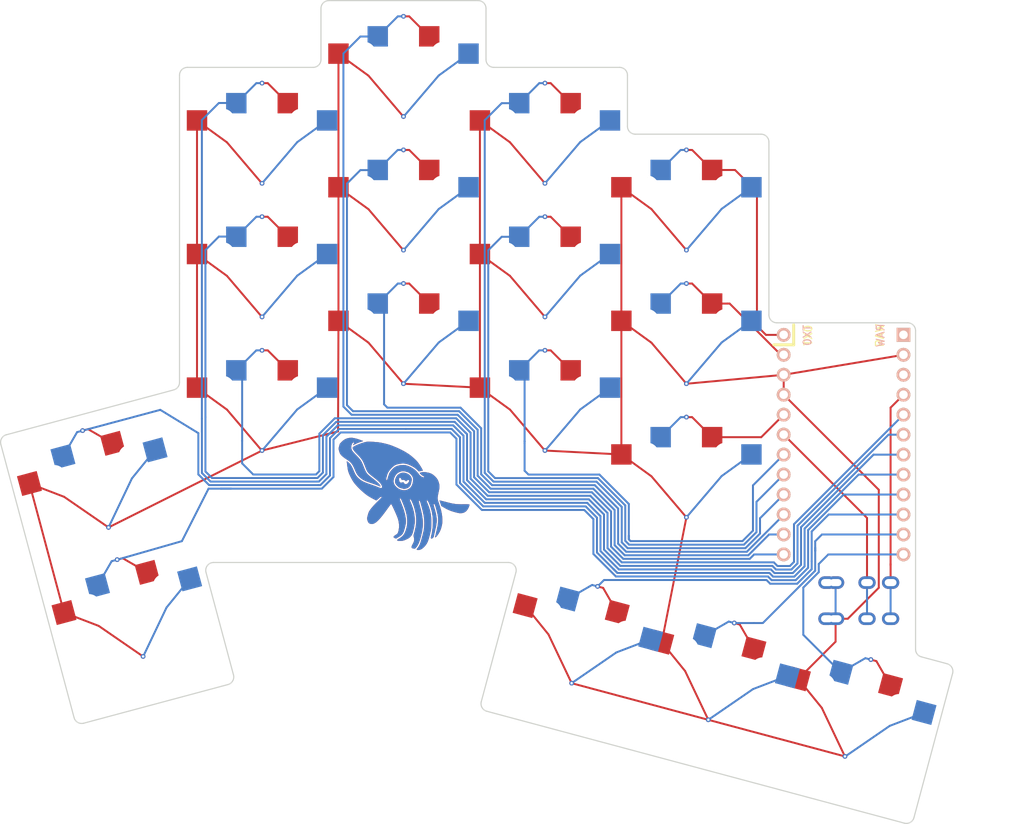
<source format=kicad_pcb>
(kicad_pcb (version 20171130) (host pcbnew "(5.1.9)-1")
  (title_block (title KEYBOARD_NAME_HERE) (rev VERSION_HERE) (company YOUR_NAME_HERE))
  (layers (0 F.Cu signal) (31 B.Cu signal) (34 B.Paste user) (35 F.Paste user) (36 B.SilkS user) (37 F.SilkS user) (38 B.Mask user) (39 F.Mask user) (44 Edge.Cuts user))
  (net 0 "")
  (net 1 P15)
  (net 2 GND)
  (net 3 P18)
  (net 4 P21)
  (net 5 P20)
  (net 6 P19)
  (net 7 P7)
  (net 8 P8)
  (net 9 P9)
  (net 10 P4)
  (net 11 P5)
  (net 12 P6)
  (net 13 P2)
  (net 14 P0)
  (net 15 P1)
  (net 16 P14)
  (net 17 P16)
  (net 18 P10)
  (net 19 RAW)
  (net 20 RST)
  (net 21 VCC)
  (net 22 P3)
  (module TRRS-PJ-320A-dual (layer F.Cu) (at 146.021706 101.049587 270)
    (fp_text reference REF**)
    (fp_text value TRRS-PJ-320A-dual)
    (pad 1 thru_hole oval (at -4.6 11.3 270) (size 1.6 2.2) (drill oval 0.9 1.5) (layers *.Cu *.Mask) (net 2 GND))
    (pad 2 thru_hole oval (at 0 10.2 270) (size 1.6 2.2) (drill oval 0.9 1.5) (layers *.Cu *.Mask) (net 2 GND))
    (pad 3 thru_hole oval (at 0 6.2 270) (size 1.6 2.2) (drill oval 0.9 1.5) (layers *.Cu *.Mask) (net 22 P3))
    (pad 4 thru_hole oval (at 0 3.2 270) (size 1.6 2.2) (drill oval 0.9 1.5) (layers *.Cu *.Mask) (net 21 VCC))
    (pad 1 thru_hole oval (at 0 11.3 270) (size 1.6 2.2) (drill oval 0.9 1.5) (layers *.Cu *.Mask) (net 2 GND))
    (pad 2 thru_hole oval (at -4.6 10.2 270) (size 1.6 2.2) (drill oval 0.9 1.5) (layers *.Cu *.Mask) (net 2 GND))
    (pad 3 thru_hole oval (at -4.6 6.2 270) (size 1.6 2.2) (drill oval 0.9 1.5) (layers *.Cu *.Mask) (net 22 P3))
    (pad 4 thru_hole oval (at -4.6 3.2 270) (size 1.6 2.2) (drill oval 0.9 1.5) (layers *.Cu *.Mask) (net 21 VCC))
    (pad "" np_thru_hole circle (at -2.3 8.6) (size 1.5 1.5) (drill 1.5) (layers *.Cu *.Mask))
    (pad "" np_thru_hole circle (at -2.3 8.6) (size 1.5 1.5) (drill 1.5) (layers *.Cu *.Mask))
    (pad "" np_thru_hole circle (at -2.3 1.6) (size 1.5 1.5) (drill 1.5) (layers *.Cu *.Mask))
  )
  (module ArduinoProMicro-TopSide (layer F.Cu) (at 136.83818 78.891713 270)
    (fp_text reference "" (at 0 0 90) (layer F.SilkS) (effects (font (size 1.27 1.27))))
    (fp_text value "Arduino Pro Micro" hide)
    (fp_text user TX0 (at -13.9 4.6 270) (layer B.SilkS) (effects (justify mirror)))
    (fp_text user RAW (at -13.9 -4.7 270) (layer B.SilkS) (effects (justify mirror)))
    (fp_text user RAW (at -13.9 -4.6 270) (layer F.SilkS))
    (fp_text user TX0 (at -13.9 4.5 270) (layer F.SilkS))
    (pad 1 thru_hole rect (at -13.97 -7.62 270) (size 1.7526 1.7526) (drill 1.0922) (layers *.Cu *.SilkS *.Mask) (net 19 RAW))
    (pad 2 thru_hole circle (at -11.43 -7.62) (size 1.7526 1.7526) (drill 1.0922) (layers *.Cu *.SilkS *.Mask) (net 2 GND))
    (pad 3 thru_hole circle (at -8.89 -7.62) (size 1.7526 1.7526) (drill 1.0922) (layers *.Cu *.SilkS *.Mask) (net 20 RST))
    (pad 4 thru_hole circle (at -6.35 -7.62) (size 1.7526 1.7526) (drill 1.0922) (layers *.Cu *.SilkS *.Mask) (net 21 VCC))
    (pad 5 thru_hole circle (at -3.81 -7.62) (size 1.7526 1.7526) (drill 1.0922) (layers *.Cu *.SilkS *.Mask) (net 4 P21))
    (pad 6 thru_hole circle (at -1.27 -7.62) (size 1.7526 1.7526) (drill 1.0922) (layers *.Cu *.SilkS *.Mask) (net 5 P20))
    (pad 7 thru_hole circle (at 1.27 -7.62) (size 1.7526 1.7526) (drill 1.0922) (layers *.Cu *.SilkS *.Mask) (net 6 P19))
    (pad 8 thru_hole circle (at 3.81 -7.62) (size 1.7526 1.7526) (drill 1.0922) (layers *.Cu *.SilkS *.Mask) (net 3 P18))
    (pad 9 thru_hole circle (at 6.35 -7.62) (size 1.7526 1.7526) (drill 1.0922) (layers *.Cu *.SilkS *.Mask) (net 1 P15))
    (pad 10 thru_hole circle (at 8.89 -7.62) (size 1.7526 1.7526) (drill 1.0922) (layers *.Cu *.SilkS *.Mask) (net 16 P14))
    (pad 11 thru_hole circle (at 11.43 -7.62) (size 1.7526 1.7526) (drill 1.0922) (layers *.Cu *.SilkS *.Mask) (net 17 P16))
    (pad 12 thru_hole circle (at 13.97 -7.62) (size 1.7526 1.7526) (drill 1.0922) (layers *.Cu *.SilkS *.Mask) (net 18 P10))
    (pad 13 thru_hole circle (at -13.97 7.62) (size 1.7526 1.7526) (drill 1.0922) (layers *.Cu *.SilkS *.Mask) (net 15 P1))
    (pad 14 thru_hole circle (at -11.43 7.62) (size 1.7526 1.7526) (drill 1.0922) (layers *.Cu *.SilkS *.Mask) (net 14 P0))
    (pad 15 thru_hole circle (at -8.89 7.62) (size 1.7526 1.7526) (drill 1.0922) (layers *.Cu *.SilkS *.Mask) (net 2 GND))
    (pad 16 thru_hole circle (at -6.35 7.62) (size 1.7526 1.7526) (drill 1.0922) (layers *.Cu *.SilkS *.Mask) (net 2 GND))
    (pad 17 thru_hole circle (at -3.81 7.62) (size 1.7526 1.7526) (drill 1.0922) (layers *.Cu *.SilkS *.Mask) (net 13 P2))
    (pad 18 thru_hole circle (at -1.27 7.62) (size 1.7526 1.7526) (drill 1.0922) (layers *.Cu *.SilkS *.Mask) (net 22 P3))
    (pad 19 thru_hole circle (at 1.27 7.62) (size 1.7526 1.7526) (drill 1.0922) (layers *.Cu *.SilkS *.Mask) (net 10 P4))
    (pad 20 thru_hole circle (at 3.81 7.62) (size 1.7526 1.7526) (drill 1.0922) (layers *.Cu *.SilkS *.Mask) (net 11 P5))
    (pad 21 thru_hole circle (at 6.35 7.62) (size 1.7526 1.7526) (drill 1.0922) (layers *.Cu *.SilkS *.Mask) (net 12 P6))
    (pad 22 thru_hole circle (at 8.89 7.62) (size 1.7526 1.7526) (drill 1.0922) (layers *.Cu *.SilkS *.Mask) (net 7 P7))
    (pad 23 thru_hole circle (at 11.43 7.62) (size 1.7526 1.7526) (drill 1.0922) (layers *.Cu *.SilkS *.Mask) (net 8 P8))
    (pad 24 thru_hole circle (at 13.97 7.62) (size 1.7526 1.7526) (drill 1.0922) (layers *.Cu *.SilkS *.Mask) (net 9 P9))
  )
  (module "Kicad:cuttle copper" (layer B.Cu) (at 80.251313 85.440074 165)
    (fp_text reference G*** hide)
    (fp_text value LOGO hide)
    (fp_poly (pts (xy 0.100907 3.044926) (xy 0.232981 3.022051) (xy 0.356072 2.976643) (xy 0.48906 2.902965) (xy 0.544202 2.867621) (xy 0.709156 2.729625) (xy 0.837473 2.557963) (xy 0.927758 2.355556) (xy 0.978616 2.125326) (xy 0.990042 1.934075) (xy 0.974184 1.742593) (xy 0.925013 1.579617) (xy 0.838546 1.439338) (xy 0.710801 1.315949) (xy 0.537797 1.203642) (xy 0.462135 1.164042) (xy 0.367409 1.117636) (xy 0.294678 1.086365) (xy 0.229264 1.066981) (xy 0.156488 1.056242) (xy 0.06167 1.050902) (xy -0.0635 1.047847) (xy -0.203299 1.04638) (xy -0.305039 1.049573) (xy -0.381348 1.058728) (xy -0.444856 1.075148) (xy -0.488507 1.091682) (xy -0.680663 1.188778) (xy -0.830248 1.304486) (xy -0.944012 1.445238) (xy -1.021971 1.6002) (xy -1.047036 1.671274) (xy -1.063323 1.743107) (xy -1.072492 1.829253) (xy -1.076205 1.943268) (xy -1.076457 2.0447) (xy -1.068885 2.209698) (xy -0.7769 2.209698) (xy -0.771178 2.116787) (xy -0.732162 1.988645) (xy -0.706953 1.92655) (xy -0.631617 1.796545) (xy -0.539381 1.712207) (xy -0.434792 1.674659) (xy -0.322399 1.685022) (xy -0.206749 1.744417) (xy -0.1524 1.789743) (xy -0.0889 1.84959) (xy 0.0381 1.775903) (xy 0.122851 1.734521) (xy 0.203554 1.707692) (xy 0.242897 1.702008) (xy 0.325765 1.725627) (xy 0.404885 1.790852) (xy 0.473566 1.888575) (xy 0.52512 2.009685) (xy 0.549929 2.120109) (xy 0.55079 2.224083) (xy 0.52287 2.288605) (xy 0.471087 2.312239) (xy 0.400357 2.293548) (xy 0.315596 2.231096) (xy 0.283023 2.19809) (xy 0.178577 2.084779) (xy 0.073395 2.12189) (xy -0.065233 2.154937) (xy -0.187292 2.146751) (xy -0.28898 2.106622) (xy -0.386706 2.054244) (xy -0.427204 2.112972) (xy -0.518096 2.22538) (xy -0.602247 2.290043) (xy -0.678371 2.306335) (xy -0.745183 2.273635) (xy -0.74958 2.269393) (xy -0.7769 2.209698) (xy -1.068885 2.209698) (xy -1.066455 2.262637) (xy -1.036031 2.440631) (xy -0.981599 2.586673) (xy -0.899572 2.708751) (xy -0.786361 2.814852) (xy -0.704768 2.872366) (xy -0.545454 2.960916) (xy -0.385324 3.016985) (xy -0.207471 3.045249) (xy -0.059028 3.05101) (xy 0.100907 3.044926)) (layer B.Cu) (width 0.01))
    (fp_poly (pts (xy 7.33262 5.646165) (xy 7.515737 5.634855) (xy 7.666127 5.616194) (xy 7.7343 5.60197) (xy 8.017995 5.507549) (xy 8.266096 5.378368) (xy 8.481728 5.211875) (xy 8.668022 5.005522) (xy 8.828104 4.756757) (xy 8.87038 4.675699) (xy 8.9789 4.4577) (xy 8.9789 4.164371) (xy 8.978245 4.036719) (xy 8.974397 3.945331) (xy 8.964528 3.87567) (xy 8.945813 3.813201) (xy 8.915425 3.743388) (xy 8.884834 3.680624) (xy 8.771559 3.477212) (xy 8.652398 3.316623) (xy 8.52122 3.19088) (xy 8.490079 3.167057) (xy 8.37398 3.094312) (xy 8.217666 3.015125) (xy 8.03061 2.933628) (xy 7.822284 2.853955) (xy 7.606459 2.781576) (xy 7.36984 2.701058) (xy 7.172825 2.617817) (xy 7.004331 2.525722) (xy 6.853276 2.41864) (xy 6.708578 2.290439) (xy 6.695132 2.277305) (xy 6.596677 2.17421) (xy 6.483169 2.045568) (xy 6.368477 1.907596) (xy 6.266472 1.776509) (xy 6.264097 1.773316) (xy 6.097767 1.560713) (xy 5.942179 1.387692) (xy 5.789022 1.246744) (xy 5.629983 1.130362) (xy 5.456753 1.031034) (xy 5.424914 1.015117) (xy 5.261201 0.939064) (xy 5.104315 0.876408) (xy 4.946012 0.825427) (xy 4.778051 0.784397) (xy 4.59219 0.751596) (xy 4.380186 0.725301) (xy 4.133797 0.703789) (xy 3.8481 0.685523) (xy 3.527403 0.663958) (xy 3.211459 0.635913) (xy 2.915657 0.60292) (xy 2.657772 0.566891) (xy 2.595913 0.55898) (xy 2.573882 0.565637) (xy 2.581572 0.592094) (xy 2.587428 0.6033) (xy 2.644363 0.681023) (xy 2.735787 0.763792) (xy 2.864098 0.852994) (xy 3.031698 0.950014) (xy 3.240987 1.056235) (xy 3.494367 1.173044) (xy 3.794237 1.301826) (xy 3.808344 1.307709) (xy 4.033332 1.402321) (xy 4.217044 1.48205) (xy 4.365621 1.55024) (xy 4.485205 1.610233) (xy 4.581937 1.665371) (xy 4.66196 1.718999) (xy 4.731416 1.774458) (xy 4.796445 1.835092) (xy 4.81888 1.857728) (xy 4.872451 1.91341) (xy 4.921742 1.966994) (xy 4.971649 2.024617) (xy 5.02707 2.092415) (xy 5.0929 2.176526) (xy 5.174037 2.283086) (xy 5.275378 2.418232) (xy 5.401818 2.5881) (xy 5.403824 2.5908) (xy 5.517842 2.741626) (xy 5.620501 2.869604) (xy 5.718606 2.980489) (xy 5.81896 3.080037) (xy 5.928368 3.174001) (xy 6.053633 3.268137) (xy 6.201559 3.368199) (xy 6.378951 3.479942) (xy 6.592611 3.609121) (xy 6.644082 3.639811) (xy 6.832889 3.753389) (xy 6.983112 3.847326) (xy 7.100634 3.926542) (xy 7.19134 3.995958) (xy 7.261112 4.060492) (xy 7.315835 4.125067) (xy 7.361391 4.194601) (xy 7.403665 4.274016) (xy 7.404514 4.275731) (xy 7.452615 4.378623) (xy 7.480635 4.459579) (xy 7.49387 4.540672) (xy 7.497619 4.643971) (xy 7.497692 4.663912) (xy 7.487753 4.827759) (xy 7.458664 4.9576) (xy 7.412241 5.049155) (xy 7.350298 5.098147) (xy 7.310466 5.1054) (xy 7.261399 5.086259) (xy 7.245512 5.029545) (xy 7.263004 4.936318) (xy 7.27332 4.905456) (xy 7.298129 4.829463) (xy 7.313202 4.770229) (xy 7.315325 4.753264) (xy 7.298319 4.75635) (xy 7.251945 4.789641) (xy 7.183019 4.847683) (xy 7.098358 4.925026) (xy 7.086413 4.936347) (xy 6.902252 5.097574) (xy 6.682738 5.263611) (xy 6.422521 5.438379) (xy 6.278913 5.528159) (xy 6.195126 5.579471) (xy 6.494813 5.615486) (xy 6.697873 5.634786) (xy 6.912591 5.646252) (xy 7.127873 5.650005) (xy 7.33262 5.646165)) (layer B.Cu) (width 0.01))
    (fp_poly (pts (xy -8.898799 1.289016) (xy -8.824337 1.271412) (xy -8.719503 1.244911) (xy -8.593594 1.211835) (xy -8.520844 1.192257) (xy -8.223833 1.11221) (xy -7.967743 1.044992) (xy -7.744662 0.989421) (xy -7.546682 0.944314) (xy -7.365893 0.908492) (xy -7.194384 0.880771) (xy -7.024247 0.859972) (xy -6.847571 0.844911) (xy -6.656446 0.834409) (xy -6.442963 0.827283) (xy -6.199211 0.822351) (xy -6.027672 0.819855) (xy -5.133844 0.807942) (xy -5.341872 0.494397) (xy -5.5499 0.180853) (xy -5.8293 0.10366) (xy -6.10756 0.029923) (xy -6.351975 -0.026974) (xy -6.575926 -0.068913) (xy -6.792793 -0.097779) (xy -7.015954 -0.115454) (xy -7.258791 -0.123821) (xy -7.4549 -0.125136) (xy -7.640828 -0.123788) (xy -7.785886 -0.120067) (xy -7.89998 -0.113238) (xy -7.993015 -0.102565) (xy -8.074895 -0.087315) (xy -8.123159 -0.075565) (xy -8.341211 -0.001716) (xy -8.520403 0.097754) (xy -8.665227 0.227546) (xy -8.78017 0.392362) (xy -8.869723 0.596903) (xy -8.917063 0.755799) (xy -8.941215 0.870662) (xy -8.957482 0.989429) (xy -8.965544 1.101662) (xy -8.965081 1.196927) (xy -8.955774 1.264787) (xy -8.937303 1.294806) (xy -8.933594 1.2954) (xy -8.898799 1.289016)) (layer B.Cu) (width 0.01))
    (fp_poly (pts (xy 3.388029 5.989196) (xy 3.673396 5.979599) (xy 3.949367 5.96289) (xy 4.201087 5.939509) (xy 4.3561 5.919231) (xy 4.530587 5.890509) (xy 4.723948 5.854891) (xy 4.925645 5.814665) (xy 5.125141 5.772118) (xy 5.311897 5.729538) (xy 5.475376 5.689215) (xy 5.60504 5.653435) (xy 5.658148 5.636513) (xy 5.800553 5.576844) (xy 5.970779 5.488303) (xy 6.159858 5.377051) (xy 6.358825 5.249248) (xy 6.558709 5.111054) (xy 6.750545 4.96863) (xy 6.925365 4.828137) (xy 7.074201 4.695733) (xy 7.170527 4.597566) (xy 7.231552 4.52746) (xy 7.263398 4.480422) (xy 7.271833 4.442654) (xy 7.262625 4.400357) (xy 7.258296 4.387609) (xy 7.215797 4.307502) (xy 7.140076 4.21994) (xy 7.028015 4.122336) (xy 6.876497 4.012103) (xy 6.682403 3.886653) (xy 6.5786 3.823504) (xy 6.350602 3.685954) (xy 6.160396 3.567976) (xy 6.001567 3.464111) (xy 5.867702 3.368899) (xy 5.752385 3.276884) (xy 5.649203 3.182605) (xy 5.551741 3.080604) (xy 5.453586 2.965423) (xy 5.348323 2.831602) (xy 5.23305 2.678409) (xy 5.137807 2.55042) (xy 5.044854 2.425675) (xy 4.961896 2.314502) (xy 4.89664 2.227234) (xy 4.867956 2.189005) (xy 4.791168 2.093241) (xy 4.710719 2.008013) (xy 4.620793 1.929756) (xy 4.515572 1.854905) (xy 4.389241 1.779895) (xy 4.235982 1.701163) (xy 4.049981 1.615144) (xy 3.82542 1.518274) (xy 3.663485 1.450875) (xy 3.384465 1.332817) (xy 3.149625 1.2263) (xy 2.954384 1.128618) (xy 2.79416 1.037065) (xy 2.664374 0.948934) (xy 2.560445 0.861518) (xy 2.47779 0.772111) (xy 2.44781 0.732606) (xy 2.382217 0.631637) (xy 2.350558 0.555478) (xy 2.350156 0.493721) (xy 2.373379 0.443257) (xy 2.403823 0.407124) (xy 2.444787 0.38845) (xy 2.51241 0.381881) (xy 2.559635 0.381456) (xy 2.652539 0.385757) (xy 2.774026 0.396826) (xy 2.902655 0.412583) (xy 2.9464 0.418975) (xy 3.0431 0.431432) (xy 3.179427 0.445666) (xy 3.344279 0.460689) (xy 3.526559 0.475516) (xy 3.715165 0.489162) (xy 3.7973 0.494538) (xy 4.092335 0.514708) (xy 4.343693 0.535805) (xy 4.558494 0.559195) (xy 4.743861 0.586241) (xy 4.906914 0.618311) (xy 5.054774 0.656769) (xy 5.194562 0.702981) (xy 5.333399 0.758311) (xy 5.452562 0.811928) (xy 5.635841 0.905049) (xy 5.795771 1.004114) (xy 5.94166 1.117116) (xy 6.082815 1.252047) (xy 6.228542 1.416899) (xy 6.378748 1.607253) (xy 6.579154 1.860919) (xy 6.76027 2.068433) (xy 6.921897 2.229579) (xy 7.039903 2.32708) (xy 7.100072 2.365564) (xy 7.182667 2.411121) (xy 7.276314 2.458404) (xy 7.369638 2.502069) (xy 7.451266 2.53677) (xy 7.509823 2.557162) (xy 7.533311 2.558956) (xy 7.530359 2.530035) (xy 7.509409 2.462606) (xy 7.473668 2.364324) (xy 7.426339 2.242846) (xy 7.370629 2.105826) (xy 7.309743 1.960921) (xy 7.246886 1.815785) (xy 7.185264 1.678075) (xy 7.128081 1.555446) (xy 7.078544 1.455553) (xy 7.047628 1.39895) (xy 6.940704 1.234986) (xy 6.802091 1.050338) (xy 6.640695 0.85486) (xy 6.465422 0.658407) (xy 6.285179 0.470834) (xy 6.108873 0.301995) (xy 5.945409 0.161745) (xy 5.8928 0.121177) (xy 5.622309 -0.068099) (xy 5.320043 -0.258609) (xy 4.997681 -0.444161) (xy 4.666899 -0.618561) (xy 4.339375 -0.775615) (xy 4.026787 -0.90913) (xy 3.777146 -1.00096) (xy 3.685379 -1.029065) (xy 3.563097 -1.062812) (xy 3.419797 -1.099964) (xy 3.264975 -1.138282) (xy 3.108128 -1.175529) (xy 2.958753 -1.209469) (xy 2.826346 -1.237864) (xy 2.720404 -1.258476) (xy 2.650424 -1.269067) (xy 2.635197 -1.27) (xy 2.609266 -1.249697) (xy 2.56243 -1.193916) (xy 2.500561 -1.110345) (xy 2.429534 -1.006676) (xy 2.40239 -0.9652) (xy 2.321103 -0.841566) (xy 2.260502 -0.755463) (xy 2.215354 -0.700732) (xy 2.180424 -0.671217) (xy 2.150477 -0.660758) (xy 2.143283 -0.6604) (xy 2.089952 -0.674612) (xy 2.066274 -0.69931) (xy 2.074601 -0.733119) (xy 2.108198 -0.805675) (xy 2.164908 -0.912963) (xy 2.242576 -1.050971) (xy 2.339046 -1.215685) (xy 2.383446 -1.28986) (xy 2.587028 -1.637614) (xy 2.761756 -1.956383) (xy 2.906534 -2.243965) (xy 3.020266 -2.49816) (xy 3.101855 -2.71677) (xy 3.11418 -2.7559) (xy 3.1427 -2.855373) (xy 3.162362 -2.942629) (xy 3.174847 -3.031697) (xy 3.181834 -3.136602) (xy 3.185006 -3.271371) (xy 3.185677 -3.3528) (xy 3.185666 -3.503258) (xy 3.18286 -3.614688) (xy 3.17596 -3.69884) (xy 3.16367 -3.767463) (xy 3.144692 -3.832308) (xy 3.12749 -3.879749) (xy 3.065552 -4.007558) (xy 2.982576 -4.13021) (xy 2.889784 -4.233424) (xy 2.798401 -4.302921) (xy 2.792353 -4.306151) (xy 2.69719 -4.334894) (xy 2.575955 -4.343627) (xy 2.448989 -4.332993) (xy 2.33663 -4.303638) (xy 2.307863 -4.290795) (xy 2.196534 -4.222491) (xy 2.087281 -4.130941) (xy 1.978568 -4.013428) (xy 1.868861 -3.867236) (xy 1.756623 -3.689648) (xy 1.640319 -3.477948) (xy 1.518413 -3.229419) (xy 1.389371 -2.941346) (xy 1.251657 -2.611011) (xy 1.103735 -2.235698) (xy 1.016065 -2.005388) (xy 0.936509 -1.794681) (xy 0.872387 -1.626791) (xy 0.821481 -1.496897) (xy 0.78157 -1.400183) (xy 0.750434 -1.331829) (xy 0.725855 -1.287019) (xy 0.705613 -1.260933) (xy 0.687488 -1.248753) (xy 0.66926 -1.245661) (xy 0.666097 -1.24569) (xy 0.634262 -1.265489) (xy 0.575843 -1.320648) (xy 0.495011 -1.406098) (xy 0.395936 -1.516765) (xy 0.282788 -1.647578) (xy 0.159738 -1.793467) (xy 0.030957 -1.949358) (xy -0.099386 -2.110181) (xy -0.227119 -2.270864) (xy -0.348073 -2.426335) (xy -0.458076 -2.571523) (xy -0.552959 -2.701357) (xy -0.628551 -2.810763) (xy -0.656382 -2.853931) (xy -0.84247 -3.192127) (xy -0.97826 -3.53059) (xy -1.064239 -3.870872) (xy -1.100891 -4.214528) (xy -1.102315 -4.2799) (xy -1.101505 -4.431639) (xy -1.092714 -4.546103) (xy -1.070848 -4.636737) (xy -1.030815 -4.716984) (xy -0.967522 -4.800287) (xy -0.875877 -4.90009) (xy -0.861799 -4.914785) (xy -0.761093 -5.030745) (xy -0.704955 -5.123745) (xy -0.693568 -5.195534) (xy -0.727112 -5.247859) (xy -0.80577 -5.282469) (xy -0.9017 -5.298618) (xy -1.0541 -5.314199) (xy -1.315589 -5.045119) (xy -1.444778 -4.907401) (xy -1.547706 -4.783503) (xy -1.627286 -4.664953) (xy -1.686431 -4.54328) (xy -1.728055 -4.410014) (xy -1.755071 -4.256683) (xy -1.770392 -4.074815) (xy -1.776932 -3.855941) (xy -1.777853 -3.700979) (xy -1.772449 -3.432431) (xy -1.753997 -3.195838) (xy -1.719422 -2.978983) (xy -1.665648 -2.769648) (xy -1.589601 -2.555616) (xy -1.488204 -2.324671) (xy -1.373033 -2.092844) (xy -1.277084 -1.913192) (xy -1.176866 -1.738762) (xy -1.067255 -1.561721) (xy -0.943132 -1.374235) (xy -0.799373 -1.168473) (xy -0.630857 -0.936601) (xy -0.515401 -0.781243) (xy -0.396466 -0.620464) (xy -0.307051 -0.495223) (xy -0.244649 -0.401627) (xy -0.206751 -0.335781) (xy -0.19085 -0.293792) (xy -0.19104 -0.277698) (xy -0.223503 -0.235207) (xy -0.276396 -0.23467) (xy -0.343899 -0.274552) (xy -0.403964 -0.333897) (xy -0.448654 -0.388145) (xy -0.516919 -0.474417) (xy -0.601989 -0.583997) (xy -0.697092 -0.708169) (xy -0.7874 -0.827499) (xy -1.079193 -1.233324) (xy -1.327673 -1.618826) (xy -1.534189 -1.987891) (xy -1.700091 -2.344404) (xy -1.826726 -2.692253) (xy -1.915444 -3.035322) (xy -1.967592 -3.377497) (xy -1.98452 -3.722665) (xy -1.967576 -4.074711) (xy -1.954951 -4.191666) (xy -1.912741 -4.427495) (xy -1.844014 -4.637891) (xy -1.743439 -4.83307) (xy -1.605684 -5.023247) (xy -1.425418 -5.218636) (xy -1.412198 -5.231666) (xy -1.324399 -5.321639) (xy -1.271555 -5.387707) (xy -1.249296 -5.438122) (xy -1.253251 -5.481137) (xy -1.266425 -5.506883) (xy -1.304177 -5.522723) (xy -1.379909 -5.522179) (xy -1.484119 -5.506937) (xy -1.607305 -5.478677) (xy -1.739969 -5.439083) (xy -1.8288 -5.407291) (xy -1.945629 -5.356246) (xy -2.06077 -5.291721) (xy -2.183057 -5.207632) (xy -2.321327 -5.097895) (xy -2.484416 -4.956423) (xy -2.48744 -4.953722) (xy -2.583283 -4.863634) (xy -2.653386 -4.783629) (xy -2.711443 -4.695336) (xy -2.771146 -4.580388) (xy -2.780942 -4.560022) (xy -2.834538 -4.442793) (xy -2.868844 -4.350009) (xy -2.889273 -4.261727) (xy -2.901239 -4.158002) (xy -2.905233 -4.1021) (xy -2.910615 -3.940059) (xy -2.909126 -3.745659) (xy -2.901581 -3.532264) (xy -2.888791 -3.313237) (xy -2.871571 -3.101942) (xy -2.850734 -2.911743) (xy -2.827092 -2.756002) (xy -2.821586 -2.727642) (xy -2.709622 -2.297212) (xy -2.549916 -1.863022) (xy -2.344813 -1.429792) (xy -2.096659 -1.00224) (xy -1.8078 -0.585083) (xy -1.665875 -0.402899) (xy -1.562464 -0.27002) (xy -1.49335 -0.169147) (xy -1.456727 -0.096552) (xy -1.450784 -0.048505) (xy -1.473715 -0.02128) (xy -1.47955 -0.018755) (xy -1.532726 -0.016697) (xy -1.596902 -0.05031) (xy -1.677094 -0.12295) (xy -1.741112 -0.193763) (xy -1.984998 -0.49507) (xy -2.199123 -0.799562) (xy -2.393837 -1.123134) (xy -2.578528 -1.479689) (xy -2.723678 -1.798109) (xy -2.841623 -2.101546) (xy -2.934484 -2.399937) (xy -3.004379 -2.70322) (xy -3.053428 -3.02133) (xy -3.083749 -3.364204) (xy -3.097461 -3.741779) (xy -3.098779 -3.919146) (xy -3.0988 -4.371192) (xy -3.199475 -4.554626) (xy -3.293327 -4.768525) (xy -3.329775 -4.91538) (xy -3.341353 -4.994494) (xy -3.345834 -5.063635) (xy -3.342224 -5.136132) (xy -3.329527 -5.225312) (xy -3.306747 -5.344503) (xy -3.292601 -5.413114) (xy -3.260976 -5.568717) (xy -3.240392 -5.683381) (xy -3.230385 -5.765645) (xy -3.230487 -5.824047) (xy -3.240232 -5.867127) (xy -3.259155 -5.903425) (xy -3.265341 -5.912548) (xy -3.296691 -5.945607) (xy -3.341286 -5.962125) (xy -3.415045 -5.966766) (xy -3.449491 -5.966468) (xy -3.567929 -5.961836) (xy -3.649091 -5.947436) (xy -3.706478 -5.915073) (xy -3.75359 -5.856555) (xy -3.803926 -5.763687) (xy -3.812729 -5.746006) (xy -3.889025 -5.564587) (xy -3.94857 -5.359489) (xy -3.99226 -5.12515) (xy -4.020988 -4.856007) (xy -4.035646 -4.546499) (xy -4.038057 -4.3434) (xy -4.0325 -3.951345) (xy -4.013746 -3.588896) (xy -3.979794 -3.249333) (xy -3.928644 -2.925938) (xy -3.858296 -2.61199) (xy -3.766748 -2.30077) (xy -3.651999 -1.985558) (xy -3.51205 -1.659636) (xy -3.344899 -1.316283) (xy -3.148545 -0.94878) (xy -2.920989 -0.550409) (xy -2.896078 -0.508) (xy -2.806536 -0.353332) (xy -2.728784 -0.213995) (xy -2.666076 -0.096197) (xy -2.621668 -0.00615) (xy -2.598815 0.049936) (xy -2.596513 0.0635) (xy -2.62266 0.107613) (xy -2.672851 0.121079) (xy -2.728904 0.101495) (xy -2.749075 0.083669) (xy -2.786384 0.033717) (xy -2.843766 -0.054104) (xy -2.917252 -0.172909) (xy -3.002875 -0.315814) (xy -3.096669 -0.475935) (xy -3.194667 -0.646389) (xy -3.292901 -0.820291) (xy -3.387404 -0.990757) (xy -3.47421 -1.150904) (xy -3.549351 -1.293846) (xy -3.595015 -1.3843) (xy -3.767176 -1.758907) (xy -3.906428 -2.120895) (xy -4.017538 -2.485823) (xy -4.105278 -2.869252) (xy -4.171197 -3.2639) (xy -4.182593 -3.377446) (xy -4.191528 -3.539102) (xy -4.197922 -3.746231) (xy -4.201693 -3.996198) (xy -4.202761 -4.286368) (xy -4.202755 -4.2926) (xy -4.201311 -4.566056) (xy -4.197125 -4.795665) (xy -4.189353 -4.988343) (xy -4.177154 -5.151005) (xy -4.159688 -5.290568) (xy -4.136112 -5.41395) (xy -4.105585 -5.528065) (xy -4.067267 -5.639831) (xy -4.026467 -5.741651) (xy -3.98065 -5.856193) (xy -3.957793 -5.933002) (xy -3.957881 -5.979655) (xy -3.980897 -6.003727) (xy -4.0259 -6.012725) (xy -4.092097 -6.006631) (xy -4.180925 -5.984959) (xy -4.2418 -5.964184) (xy -4.389502 -5.882934) (xy -4.534254 -5.757678) (xy -4.669702 -5.595095) (xy -4.789494 -5.401864) (xy -4.804983 -5.3721) (xy -4.880496 -5.215927) (xy -4.941253 -5.069846) (xy -4.988753 -4.925557) (xy -5.024493 -4.77476) (xy -5.04997 -4.609155) (xy -5.066681 -4.420442) (xy -5.076125 -4.200321) (xy -5.079799 -3.940492) (xy -5.08 -3.847818) (xy -5.07816 -3.590085) (xy -5.07163 -3.370171) (xy -5.058898 -3.175193) (xy -5.03845 -2.992271) (xy -5.008773 -2.808522) (xy -4.968356 -2.611065) (xy -4.915684 -2.387017) (xy -4.901869 -2.331142) (xy -4.779263 -1.886808) (xy -4.640812 -1.481726) (xy -4.481482 -1.105512) (xy -4.296237 -0.747779) (xy -4.080042 -0.398144) (xy -3.827864 -0.046221) (xy -3.737906 0.069634) (xy -3.653953 0.179014) (xy -3.6002 0.257579) (xy -3.572667 0.312099) (xy -3.567378 0.349342) (xy -3.569101 0.356861) (xy -3.597588 0.396187) (xy -3.653349 0.401527) (xy -3.704769 0.375665) (xy -3.776798 0.311063) (xy -3.865374 0.213389) (xy -3.966434 0.088309) (xy -4.075915 -0.058509) (xy -4.189752 -0.2214) (xy -4.303884 -0.394695) (xy -4.414247 -0.572729) (xy -4.516778 -0.749835) (xy -4.607414 -0.920346) (xy -4.621729 -0.949043) (xy -4.780887 -1.309034) (xy -4.923206 -1.70571) (xy -5.04572 -2.126885) (xy -5.145464 -2.560375) (xy -5.219474 -2.993995) (xy -5.264783 -3.415561) (xy -5.276445 -3.639523) (xy -5.281718 -3.802014) (xy -5.286945 -3.921246) (xy -5.293152 -4.004747) (xy -5.301367 -4.060047) (xy -5.312615 -4.094676) (xy -5.327922 -4.116163) (xy -5.343099 -4.128473) (xy -5.391178 -4.156426) (xy -5.429287 -4.157372) (xy -5.468192 -4.125981) (xy -5.518657 -4.056925) (xy -5.533697 -4.034137) (xy -5.619093 -3.903587) (xy -5.590973 -3.151943) (xy -5.582729 -2.948912) (xy -5.573501 -2.751232) (xy -5.563794 -2.56778) (xy -5.554113 -2.407432) (xy -5.544962 -2.279067) (xy -5.536846 -2.19156) (xy -5.535987 -2.1844) (xy -5.501049 -1.96085) (xy -5.451337 -1.743459) (xy -5.384035 -1.525276) (xy -5.296323 -1.299354) (xy -5.185386 -1.058743) (xy -5.048404 -0.796495) (xy -4.882562 -0.50566) (xy -4.797642 -0.363401) (xy -4.702401 -0.204647) (xy -4.631467 -0.083184) (xy -4.582142 0.006724) (xy -4.551728 0.070812) (xy -4.537529 0.114816) (xy -4.536846 0.144474) (xy -4.546983 0.165521) (xy -4.548207 0.167036) (xy -4.577028 0.193445) (xy -4.608106 0.201484) (xy -4.644203 0.187796) (xy -4.688077 0.149025) (xy -4.742489 0.081813) (xy -4.810198 -0.017198) (xy -4.893963 -0.151363) (xy -4.996545 -0.324041) (xy -5.103123 -0.508) (xy -5.237522 -0.74674) (xy -5.352161 -0.963931) (xy -5.448744 -1.166488) (xy -5.528978 -1.361326) (xy -5.594566 -1.55536) (xy -5.647214 -1.755505) (xy -5.688626 -1.968675) (xy -5.720507 -2.201786) (xy -5.744561 -2.461752) (xy -5.762494 -2.755488) (xy -5.77601 -3.08991) (xy -5.781187 -3.258346) (xy -5.788285 -3.475984) (xy -5.795846 -3.644755) (xy -5.804011 -3.766593) (xy -5.812923 -3.843431) (xy -5.822725 -3.877201) (xy -5.82691 -3.879088) (xy -5.876448 -3.841202) (xy -5.932421 -3.760924) (xy -5.991748 -3.645762) (xy -6.051348 -3.503226) (xy -6.108139 -3.340824) (xy -6.159043 -3.166064) (xy -6.200976 -2.986456) (xy -6.208142 -2.949944) (xy -6.236361 -2.74244) (xy -6.24969 -2.508579) (xy -6.248432 -2.265361) (xy -6.232894 -2.029788) (xy -6.20338 -1.81886) (xy -6.18645 -1.7399) (xy -6.0896 -1.386791) (xy -5.974356 -1.053142) (xy -5.835817 -0.728057) (xy -5.669082 -0.400643) (xy -5.469251 -0.060007) (xy -5.339305 0.143265) (xy -5.244015 0.288716) (xy -5.152536 0.428764) (xy -5.070565 0.554656) (xy -5.003798 0.657638) (xy -4.957934 0.728956) (xy -4.950902 0.740022) (xy -4.89742 0.833251) (xy -4.854833 0.930335) (xy -4.821521 1.03922) (xy -4.795864 1.167854) (xy -4.776243 1.324185) (xy -4.761038 1.51616) (xy -4.749735 1.7272) (xy -4.737818 1.960156) (xy -4.735185 1.997535) (xy -1.269869 1.997535) (xy -1.260358 1.811933) (xy -1.244406 1.700776) (xy -1.179952 1.488295) (xy -1.074811 1.3013) (xy -0.933678 1.142453) (xy -0.76125 1.014414) (xy -0.562223 0.919847) (xy -0.341294 0.861413) (xy -0.103159 0.841774) (xy 0.147485 0.863591) (xy 0.21119 0.875758) (xy 0.426481 0.940033) (xy 0.632588 1.036456) (xy 0.813589 1.156817) (xy 0.894298 1.227903) (xy 1.027256 1.382502) (xy 1.118012 1.546623) (xy 1.168961 1.727967) (xy 1.1825 1.934234) (xy 1.169343 2.1116) (xy 1.118807 2.371312) (xy 1.03376 2.595317) (xy 0.912414 2.786766) (xy 0.752978 2.94881) (xy 0.650765 3.024962) (xy 0.510566 3.113196) (xy 0.3881 3.173811) (xy 0.267275 3.211495) (xy 0.131998 3.230937) (xy -0.033822 3.236824) (xy -0.0762 3.236765) (xy -0.213215 3.234404) (xy -0.315009 3.227681) (xy -0.39712 3.214292) (xy -0.475084 3.191932) (xy -0.540014 3.167954) (xy -0.741696 3.070656) (xy -0.917992 2.94866) (xy -1.060278 2.808958) (xy -1.154265 2.669777) (xy -1.203579 2.540565) (xy -1.240162 2.376012) (xy -1.262698 2.190282) (xy -1.269869 1.997535) (xy -4.735185 1.997535) (xy -4.724387 2.150793) (xy -4.707662 2.307591) (xy -4.685867 2.43903) (xy -4.657225 2.553592) (xy -4.619957 2.659755) (xy -4.572286 2.766001) (xy -4.512436 2.880809) (xy -4.505143 2.894123) (xy -4.370063 3.110558) (xy -4.219452 3.290729) (xy -4.043181 3.444228) (xy -3.831123 3.580644) (xy -3.715259 3.642065) (xy -3.538356 3.724776) (xy -3.37862 3.783806) (xy -3.223244 3.821227) (xy -3.05942 3.83911) (xy -2.874342 3.839526) (xy -2.655201 3.824548) (xy -2.61222 3.820482) (xy -2.470036 3.805881) (xy -2.364451 3.791878) (xy -2.281443 3.774809) (xy -2.20699 3.751009) (xy -2.12707 3.716812) (xy -2.027662 3.668554) (xy -2.024006 3.666739) (xy -1.782672 3.546856) (xy -1.895019 3.461072) (xy -2.007062 3.384751) (xy -2.119277 3.331388) (xy -2.25283 3.291769) (xy -2.315549 3.277996) (xy -2.414846 3.249888) (xy -2.468125 3.213486) (xy -2.480009 3.164523) (xy -2.471784 3.133768) (xy -2.454434 3.111655) (xy -2.416619 3.101347) (xy -2.346731 3.100997) (xy -2.288022 3.104552) (xy -2.169829 3.119248) (xy -2.061999 3.148584) (xy -1.953816 3.197683) (xy -1.834566 3.271663) (xy -1.693534 3.375647) (xy -1.651 3.409001) (xy -1.423386 3.574399) (xy -1.195272 3.707841) (xy -0.954775 3.814488) (xy -0.690011 3.899499) (xy -0.389096 3.968035) (xy -0.343898 3.976518) (xy -0.074788 4.012373) (xy 0.173728 4.014698) (xy 0.413928 3.981689) (xy 0.65809 3.911544) (xy 0.918492 3.80246) (xy 0.9525 3.786141) (xy 1.149081 3.679583) (xy 1.311784 3.564048) (xy 1.450045 3.429926) (xy 1.5733 3.267612) (xy 1.690984 3.067498) (xy 1.727348 2.9972) (xy 1.79789 2.852397) (xy 1.851155 2.727472) (xy 1.889882 2.610418) (xy 1.91681 2.489233) (xy 1.934678 2.35191) (xy 1.946226 2.186446) (xy 1.95338 2.0066) (xy 1.958876 1.841602) (xy 1.963883 1.720447) (xy 1.969449 1.636206) (xy 1.976622 1.581944) (xy 1.986449 1.550731) (xy 1.999978 1.535634) (xy 2.018255 1.529721) (xy 2.025609 1.528589) (xy 2.065079 1.533074) (xy 2.094818 1.5627) (xy 2.116044 1.622657) (xy 2.129974 1.718137) (xy 2.137827 1.854332) (xy 2.140726 2.0193) (xy 2.139452 2.196723) (xy 2.132399 2.336319) (xy 2.118518 2.450842) (xy 2.09685 2.5527) (xy 2.031234 2.760713) (xy 1.942746 2.975285) (xy 1.837413 3.185602) (xy 1.721263 3.380844) (xy 1.600323 3.550196) (xy 1.48062 3.68284) (xy 1.453459 3.707397) (xy 1.363241 3.773551) (xy 1.238269 3.849543) (xy 1.091779 3.928556) (xy 0.93701 4.003774) (xy 0.7872 4.068381) (xy 0.668793 4.111425) (xy 0.476553 4.164338) (xy 0.2907 4.19587) (xy 0.099649 4.206283) (xy -0.108186 4.195837) (xy -0.344389 4.164793) (xy -0.497596 4.13771) (xy -0.794785 4.06888) (xy -1.067827 3.977223) (xy -1.335832 3.855519) (xy -1.536851 3.744971) (xy -1.638602 3.68544) (xy -1.872797 3.802066) (xy -2.106993 3.918693) (xy -2.001978 4.044121) (xy -1.905511 4.150532) (xy -1.779085 4.27718) (xy -1.633615 4.414134) (xy -1.480018 4.551465) (xy -1.329207 4.679244) (xy -1.192099 4.787541) (xy -1.153242 4.816214) (xy -1.009828 4.910924) (xy -0.829951 5.015958) (xy -0.62531 5.125479) (xy -0.407601 5.23365) (xy -0.188524 5.334634) (xy 0.020225 5.422592) (xy 0.18628 5.484651) (xy 0.574228 5.605191) (xy 1.002711 5.714076) (xy 1.462421 5.80945) (xy 1.944046 5.889456) (xy 2.438278 5.952236) (xy 2.624083 5.970877) (xy 2.848519 5.985278) (xy 3.108119 5.991236) (xy 3.388029 5.989196)) (layer B.Cu) (width 0.01))
  )
  (module "Kicad:cuttle copper fmask" (layer B.Cu) (at 80.251313 85.440074 165)
    (fp_text reference G*** hide)
    (fp_text value LOGO hide)
  )
  (module "Kicad:cuttle copper bmask" (layer B.Cu) (at 80.251313 85.440074 165)
    (fp_text reference G*** hide)
    (fp_text value LOGO hide)
  )
  (module "Kicad:cuttle copper_back" (layer F.Cu) (at 80.251313 85.440074 165)
    (fp_text reference G*** hide)
    (fp_text value LOGO hide)
    (fp_poly (pts (xy 0.100907 3.044926) (xy 0.232981 3.022051) (xy 0.356072 2.976643) (xy 0.48906 2.902965) (xy 0.544202 2.867621) (xy 0.709156 2.729625) (xy 0.837473 2.557963) (xy 0.927758 2.355556) (xy 0.978616 2.125326) (xy 0.990042 1.934075) (xy 0.974184 1.742593) (xy 0.925013 1.579617) (xy 0.838546 1.439338) (xy 0.710801 1.315949) (xy 0.537797 1.203642) (xy 0.462135 1.164042) (xy 0.367409 1.117636) (xy 0.294678 1.086365) (xy 0.229264 1.066981) (xy 0.156488 1.056242) (xy 0.06167 1.050902) (xy -0.0635 1.047847) (xy -0.203299 1.04638) (xy -0.305039 1.049573) (xy -0.381348 1.058728) (xy -0.444856 1.075148) (xy -0.488507 1.091682) (xy -0.680663 1.188778) (xy -0.830248 1.304486) (xy -0.944012 1.445238) (xy -1.021971 1.6002) (xy -1.047036 1.671274) (xy -1.063323 1.743107) (xy -1.072492 1.829253) (xy -1.076205 1.943268) (xy -1.076457 2.0447) (xy -1.068885 2.209698) (xy -0.7769 2.209698) (xy -0.771178 2.116787) (xy -0.732162 1.988645) (xy -0.706953 1.92655) (xy -0.631617 1.796545) (xy -0.539381 1.712207) (xy -0.434792 1.674659) (xy -0.322399 1.685022) (xy -0.206749 1.744417) (xy -0.1524 1.789743) (xy -0.0889 1.84959) (xy 0.0381 1.775903) (xy 0.122851 1.734521) (xy 0.203554 1.707692) (xy 0.242897 1.702008) (xy 0.325765 1.725627) (xy 0.404885 1.790852) (xy 0.473566 1.888575) (xy 0.52512 2.009685) (xy 0.549929 2.120109) (xy 0.55079 2.224083) (xy 0.52287 2.288605) (xy 0.471087 2.312239) (xy 0.400357 2.293548) (xy 0.315596 2.231096) (xy 0.283023 2.19809) (xy 0.178577 2.084779) (xy 0.073395 2.12189) (xy -0.065233 2.154937) (xy -0.187292 2.146751) (xy -0.28898 2.106622) (xy -0.386706 2.054244) (xy -0.427204 2.112972) (xy -0.518096 2.22538) (xy -0.602247 2.290043) (xy -0.678371 2.306335) (xy -0.745183 2.273635) (xy -0.74958 2.269393) (xy -0.7769 2.209698) (xy -1.068885 2.209698) (xy -1.066455 2.262637) (xy -1.036031 2.440631) (xy -0.981599 2.586673) (xy -0.899572 2.708751) (xy -0.786361 2.814852) (xy -0.704768 2.872366) (xy -0.545454 2.960916) (xy -0.385324 3.016985) (xy -0.207471 3.045249) (xy -0.059028 3.05101) (xy 0.100907 3.044926)) (layer F.Cu) (width 0.01))
    (fp_poly (pts (xy 7.33262 5.646165) (xy 7.515737 5.634855) (xy 7.666127 5.616194) (xy 7.7343 5.60197) (xy 8.017995 5.507549) (xy 8.266096 5.378368) (xy 8.481728 5.211875) (xy 8.668022 5.005522) (xy 8.828104 4.756757) (xy 8.87038 4.675699) (xy 8.9789 4.4577) (xy 8.9789 4.164371) (xy 8.978245 4.036719) (xy 8.974397 3.945331) (xy 8.964528 3.87567) (xy 8.945813 3.813201) (xy 8.915425 3.743388) (xy 8.884834 3.680624) (xy 8.771559 3.477212) (xy 8.652398 3.316623) (xy 8.52122 3.19088) (xy 8.490079 3.167057) (xy 8.37398 3.094312) (xy 8.217666 3.015125) (xy 8.03061 2.933628) (xy 7.822284 2.853955) (xy 7.606459 2.781576) (xy 7.36984 2.701058) (xy 7.172825 2.617817) (xy 7.004331 2.525722) (xy 6.853276 2.41864) (xy 6.708578 2.290439) (xy 6.695132 2.277305) (xy 6.596677 2.17421) (xy 6.483169 2.045568) (xy 6.368477 1.907596) (xy 6.266472 1.776509) (xy 6.264097 1.773316) (xy 6.097767 1.560713) (xy 5.942179 1.387692) (xy 5.789022 1.246744) (xy 5.629983 1.130362) (xy 5.456753 1.031034) (xy 5.424914 1.015117) (xy 5.261201 0.939064) (xy 5.104315 0.876408) (xy 4.946012 0.825427) (xy 4.778051 0.784397) (xy 4.59219 0.751596) (xy 4.380186 0.725301) (xy 4.133797 0.703789) (xy 3.8481 0.685523) (xy 3.527403 0.663958) (xy 3.211459 0.635913) (xy 2.915657 0.60292) (xy 2.657772 0.566891) (xy 2.595913 0.55898) (xy 2.573882 0.565637) (xy 2.581572 0.592094) (xy 2.587428 0.6033) (xy 2.644363 0.681023) (xy 2.735787 0.763792) (xy 2.864098 0.852994) (xy 3.031698 0.950014) (xy 3.240987 1.056235) (xy 3.494367 1.173044) (xy 3.794237 1.301826) (xy 3.808344 1.307709) (xy 4.033332 1.402321) (xy 4.217044 1.48205) (xy 4.365621 1.55024) (xy 4.485205 1.610233) (xy 4.581937 1.665371) (xy 4.66196 1.718999) (xy 4.731416 1.774458) (xy 4.796445 1.835092) (xy 4.81888 1.857728) (xy 4.872451 1.91341) (xy 4.921742 1.966994) (xy 4.971649 2.024617) (xy 5.02707 2.092415) (xy 5.0929 2.176526) (xy 5.174037 2.283086) (xy 5.275378 2.418232) (xy 5.401818 2.5881) (xy 5.403824 2.5908) (xy 5.517842 2.741626) (xy 5.620501 2.869604) (xy 5.718606 2.980489) (xy 5.81896 3.080037) (xy 5.928368 3.174001) (xy 6.053633 3.268137) (xy 6.201559 3.368199) (xy 6.378951 3.479942) (xy 6.592611 3.609121) (xy 6.644082 3.639811) (xy 6.832889 3.753389) (xy 6.983112 3.847326) (xy 7.100634 3.926542) (xy 7.19134 3.995958) (xy 7.261112 4.060492) (xy 7.315835 4.125067) (xy 7.361391 4.194601) (xy 7.403665 4.274016) (xy 7.404514 4.275731) (xy 7.452615 4.378623) (xy 7.480635 4.459579) (xy 7.49387 4.540672) (xy 7.497619 4.643971) (xy 7.497692 4.663912) (xy 7.487753 4.827759) (xy 7.458664 4.9576) (xy 7.412241 5.049155) (xy 7.350298 5.098147) (xy 7.310466 5.1054) (xy 7.261399 5.086259) (xy 7.245512 5.029545) (xy 7.263004 4.936318) (xy 7.27332 4.905456) (xy 7.298129 4.829463) (xy 7.313202 4.770229) (xy 7.315325 4.753264) (xy 7.298319 4.75635) (xy 7.251945 4.789641) (xy 7.183019 4.847683) (xy 7.098358 4.925026) (xy 7.086413 4.936347) (xy 6.902252 5.097574) (xy 6.682738 5.263611) (xy 6.422521 5.438379) (xy 6.278913 5.528159) (xy 6.195126 5.579471) (xy 6.494813 5.615486) (xy 6.697873 5.634786) (xy 6.912591 5.646252) (xy 7.127873 5.650005) (xy 7.33262 5.646165)) (layer F.Cu) (width 0.01))
    (fp_poly (pts (xy -8.898799 1.289016) (xy -8.824337 1.271412) (xy -8.719503 1.244911) (xy -8.593594 1.211835) (xy -8.520844 1.192257) (xy -8.223833 1.11221) (xy -7.967743 1.044992) (xy -7.744662 0.989421) (xy -7.546682 0.944314) (xy -7.365893 0.908492) (xy -7.194384 0.880771) (xy -7.024247 0.859972) (xy -6.847571 0.844911) (xy -6.656446 0.834409) (xy -6.442963 0.827283) (xy -6.199211 0.822351) (xy -6.027672 0.819855) (xy -5.133844 0.807942) (xy -5.341872 0.494397) (xy -5.5499 0.180853) (xy -5.8293 0.10366) (xy -6.10756 0.029923) (xy -6.351975 -0.026974) (xy -6.575926 -0.068913) (xy -6.792793 -0.097779) (xy -7.015954 -0.115454) (xy -7.258791 -0.123821) (xy -7.4549 -0.125136) (xy -7.640828 -0.123788) (xy -7.785886 -0.120067) (xy -7.89998 -0.113238) (xy -7.993015 -0.102565) (xy -8.074895 -0.087315) (xy -8.123159 -0.075565) (xy -8.341211 -0.001716) (xy -8.520403 0.097754) (xy -8.665227 0.227546) (xy -8.78017 0.392362) (xy -8.869723 0.596903) (xy -8.917063 0.755799) (xy -8.941215 0.870662) (xy -8.957482 0.989429) (xy -8.965544 1.101662) (xy -8.965081 1.196927) (xy -8.955774 1.264787) (xy -8.937303 1.294806) (xy -8.933594 1.2954) (xy -8.898799 1.289016)) (layer F.Cu) (width 0.01))
    (fp_poly (pts (xy 3.388029 5.989196) (xy 3.673396 5.979599) (xy 3.949367 5.96289) (xy 4.201087 5.939509) (xy 4.3561 5.919231) (xy 4.530587 5.890509) (xy 4.723948 5.854891) (xy 4.925645 5.814665) (xy 5.125141 5.772118) (xy 5.311897 5.729538) (xy 5.475376 5.689215) (xy 5.60504 5.653435) (xy 5.658148 5.636513) (xy 5.800553 5.576844) (xy 5.970779 5.488303) (xy 6.159858 5.377051) (xy 6.358825 5.249248) (xy 6.558709 5.111054) (xy 6.750545 4.96863) (xy 6.925365 4.828137) (xy 7.074201 4.695733) (xy 7.170527 4.597566) (xy 7.231552 4.52746) (xy 7.263398 4.480422) (xy 7.271833 4.442654) (xy 7.262625 4.400357) (xy 7.258296 4.387609) (xy 7.215797 4.307502) (xy 7.140076 4.21994) (xy 7.028015 4.122336) (xy 6.876497 4.012103) (xy 6.682403 3.886653) (xy 6.5786 3.823504) (xy 6.350602 3.685954) (xy 6.160396 3.567976) (xy 6.001567 3.464111) (xy 5.867702 3.368899) (xy 5.752385 3.276884) (xy 5.649203 3.182605) (xy 5.551741 3.080604) (xy 5.453586 2.965423) (xy 5.348323 2.831602) (xy 5.23305 2.678409) (xy 5.137807 2.55042) (xy 5.044854 2.425675) (xy 4.961896 2.314502) (xy 4.89664 2.227234) (xy 4.867956 2.189005) (xy 4.791168 2.093241) (xy 4.710719 2.008013) (xy 4.620793 1.929756) (xy 4.515572 1.854905) (xy 4.389241 1.779895) (xy 4.235982 1.701163) (xy 4.049981 1.615144) (xy 3.82542 1.518274) (xy 3.663485 1.450875) (xy 3.384465 1.332817) (xy 3.149625 1.2263) (xy 2.954384 1.128618) (xy 2.79416 1.037065) (xy 2.664374 0.948934) (xy 2.560445 0.861518) (xy 2.47779 0.772111) (xy 2.44781 0.732606) (xy 2.382217 0.631637) (xy 2.350558 0.555478) (xy 2.350156 0.493721) (xy 2.373379 0.443257) (xy 2.403823 0.407124) (xy 2.444787 0.38845) (xy 2.51241 0.381881) (xy 2.559635 0.381456) (xy 2.652539 0.385757) (xy 2.774026 0.396826) (xy 2.902655 0.412583) (xy 2.9464 0.418975) (xy 3.0431 0.431432) (xy 3.179427 0.445666) (xy 3.344279 0.460689) (xy 3.526559 0.475516) (xy 3.715165 0.489162) (xy 3.7973 0.494538) (xy 4.092335 0.514708) (xy 4.343693 0.535805) (xy 4.558494 0.559195) (xy 4.743861 0.586241) (xy 4.906914 0.618311) (xy 5.054774 0.656769) (xy 5.194562 0.702981) (xy 5.333399 0.758311) (xy 5.452562 0.811928) (xy 5.635841 0.905049) (xy 5.795771 1.004114) (xy 5.94166 1.117116) (xy 6.082815 1.252047) (xy 6.228542 1.416899) (xy 6.378748 1.607253) (xy 6.579154 1.860919) (xy 6.76027 2.068433) (xy 6.921897 2.229579) (xy 7.039903 2.32708) (xy 7.100072 2.365564) (xy 7.182667 2.411121) (xy 7.276314 2.458404) (xy 7.369638 2.502069) (xy 7.451266 2.53677) (xy 7.509823 2.557162) (xy 7.533311 2.558956) (xy 7.530359 2.530035) (xy 7.509409 2.462606) (xy 7.473668 2.364324) (xy 7.426339 2.242846) (xy 7.370629 2.105826) (xy 7.309743 1.960921) (xy 7.246886 1.815785) (xy 7.185264 1.678075) (xy 7.128081 1.555446) (xy 7.078544 1.455553) (xy 7.047628 1.39895) (xy 6.940704 1.234986) (xy 6.802091 1.050338) (xy 6.640695 0.85486) (xy 6.465422 0.658407) (xy 6.285179 0.470834) (xy 6.108873 0.301995) (xy 5.945409 0.161745) (xy 5.8928 0.121177) (xy 5.622309 -0.068099) (xy 5.320043 -0.258609) (xy 4.997681 -0.444161) (xy 4.666899 -0.618561) (xy 4.339375 -0.775615) (xy 4.026787 -0.90913) (xy 3.777146 -1.00096) (xy 3.685379 -1.029065) (xy 3.563097 -1.062812) (xy 3.419797 -1.099964) (xy 3.264975 -1.138282) (xy 3.108128 -1.175529) (xy 2.958753 -1.209469) (xy 2.826346 -1.237864) (xy 2.720404 -1.258476) (xy 2.650424 -1.269067) (xy 2.635197 -1.27) (xy 2.609266 -1.249697) (xy 2.56243 -1.193916) (xy 2.500561 -1.110345) (xy 2.429534 -1.006676) (xy 2.40239 -0.9652) (xy 2.321103 -0.841566) (xy 2.260502 -0.755463) (xy 2.215354 -0.700732) (xy 2.180424 -0.671217) (xy 2.150477 -0.660758) (xy 2.143283 -0.6604) (xy 2.089952 -0.674612) (xy 2.066274 -0.69931) (xy 2.074601 -0.733119) (xy 2.108198 -0.805675) (xy 2.164908 -0.912963) (xy 2.242576 -1.050971) (xy 2.339046 -1.215685) (xy 2.383446 -1.28986) (xy 2.587028 -1.637614) (xy 2.761756 -1.956383) (xy 2.906534 -2.243965) (xy 3.020266 -2.49816) (xy 3.101855 -2.71677) (xy 3.11418 -2.7559) (xy 3.1427 -2.855373) (xy 3.162362 -2.942629) (xy 3.174847 -3.031697) (xy 3.181834 -3.136602) (xy 3.185006 -3.271371) (xy 3.185677 -3.3528) (xy 3.185666 -3.503258) (xy 3.18286 -3.614688) (xy 3.17596 -3.69884) (xy 3.16367 -3.767463) (xy 3.144692 -3.832308) (xy 3.12749 -3.879749) (xy 3.065552 -4.007558) (xy 2.982576 -4.13021) (xy 2.889784 -4.233424) (xy 2.798401 -4.302921) (xy 2.792353 -4.306151) (xy 2.69719 -4.334894) (xy 2.575955 -4.343627) (xy 2.448989 -4.332993) (xy 2.33663 -4.303638) (xy 2.307863 -4.290795) (xy 2.196534 -4.222491) (xy 2.087281 -4.130941) (xy 1.978568 -4.013428) (xy 1.868861 -3.867236) (xy 1.756623 -3.689648) (xy 1.640319 -3.477948) (xy 1.518413 -3.229419) (xy 1.389371 -2.941346) (xy 1.251657 -2.611011) (xy 1.103735 -2.235698) (xy 1.016065 -2.005388) (xy 0.936509 -1.794681) (xy 0.872387 -1.626791) (xy 0.821481 -1.496897) (xy 0.78157 -1.400183) (xy 0.750434 -1.331829) (xy 0.725855 -1.287019) (xy 0.705613 -1.260933) (xy 0.687488 -1.248753) (xy 0.66926 -1.245661) (xy 0.666097 -1.24569) (xy 0.634262 -1.265489) (xy 0.575843 -1.320648) (xy 0.495011 -1.406098) (xy 0.395936 -1.516765) (xy 0.282788 -1.647578) (xy 0.159738 -1.793467) (xy 0.030957 -1.949358) (xy -0.099386 -2.110181) (xy -0.227119 -2.270864) (xy -0.348073 -2.426335) (xy -0.458076 -2.571523) (xy -0.552959 -2.701357) (xy -0.628551 -2.810763) (xy -0.656382 -2.853931) (xy -0.84247 -3.192127) (xy -0.97826 -3.53059) (xy -1.064239 -3.870872) (xy -1.100891 -4.214528) (xy -1.102315 -4.2799) (xy -1.101505 -4.431639) (xy -1.092714 -4.546103) (xy -1.070848 -4.636737) (xy -1.030815 -4.716984) (xy -0.967522 -4.800287) (xy -0.875877 -4.90009) (xy -0.861799 -4.914785) (xy -0.761093 -5.030745) (xy -0.704955 -5.123745) (xy -0.693568 -5.195534) (xy -0.727112 -5.247859) (xy -0.80577 -5.282469) (xy -0.9017 -5.298618) (xy -1.0541 -5.314199) (xy -1.315589 -5.045119) (xy -1.444778 -4.907401) (xy -1.547706 -4.783503) (xy -1.627286 -4.664953) (xy -1.686431 -4.54328) (xy -1.728055 -4.410014) (xy -1.755071 -4.256683) (xy -1.770392 -4.074815) (xy -1.776932 -3.855941) (xy -1.777853 -3.700979) (xy -1.772449 -3.432431) (xy -1.753997 -3.195838) (xy -1.719422 -2.978983) (xy -1.665648 -2.769648) (xy -1.589601 -2.555616) (xy -1.488204 -2.324671) (xy -1.373033 -2.092844) (xy -1.277084 -1.913192) (xy -1.176866 -1.738762) (xy -1.067255 -1.561721) (xy -0.943132 -1.374235) (xy -0.799373 -1.168473) (xy -0.630857 -0.936601) (xy -0.515401 -0.781243) (xy -0.396466 -0.620464) (xy -0.307051 -0.495223) (xy -0.244649 -0.401627) (xy -0.206751 -0.335781) (xy -0.19085 -0.293792) (xy -0.19104 -0.277698) (xy -0.223503 -0.235207) (xy -0.276396 -0.23467) (xy -0.343899 -0.274552) (xy -0.403964 -0.333897) (xy -0.448654 -0.388145) (xy -0.516919 -0.474417) (xy -0.601989 -0.583997) (xy -0.697092 -0.708169) (xy -0.7874 -0.827499) (xy -1.079193 -1.233324) (xy -1.327673 -1.618826) (xy -1.534189 -1.987891) (xy -1.700091 -2.344404) (xy -1.826726 -2.692253) (xy -1.915444 -3.035322) (xy -1.967592 -3.377497) (xy -1.98452 -3.722665) (xy -1.967576 -4.074711) (xy -1.954951 -4.191666) (xy -1.912741 -4.427495) (xy -1.844014 -4.637891) (xy -1.743439 -4.83307) (xy -1.605684 -5.023247) (xy -1.425418 -5.218636) (xy -1.412198 -5.231666) (xy -1.324399 -5.321639) (xy -1.271555 -5.387707) (xy -1.249296 -5.438122) (xy -1.253251 -5.481137) (xy -1.266425 -5.506883) (xy -1.304177 -5.522723) (xy -1.379909 -5.522179) (xy -1.484119 -5.506937) (xy -1.607305 -5.478677) (xy -1.739969 -5.439083) (xy -1.8288 -5.407291) (xy -1.945629 -5.356246) (xy -2.06077 -5.291721) (xy -2.183057 -5.207632) (xy -2.321327 -5.097895) (xy -2.484416 -4.956423) (xy -2.48744 -4.953722) (xy -2.583283 -4.863634) (xy -2.653386 -4.783629) (xy -2.711443 -4.695336) (xy -2.771146 -4.580388) (xy -2.780942 -4.560022) (xy -2.834538 -4.442793) (xy -2.868844 -4.350009) (xy -2.889273 -4.261727) (xy -2.901239 -4.158002) (xy -2.905233 -4.1021) (xy -2.910615 -3.940059) (xy -2.909126 -3.745659) (xy -2.901581 -3.532264) (xy -2.888791 -3.313237) (xy -2.871571 -3.101942) (xy -2.850734 -2.911743) (xy -2.827092 -2.756002) (xy -2.821586 -2.727642) (xy -2.709622 -2.297212) (xy -2.549916 -1.863022) (xy -2.344813 -1.429792) (xy -2.096659 -1.00224) (xy -1.8078 -0.585083) (xy -1.665875 -0.402899) (xy -1.562464 -0.27002) (xy -1.49335 -0.169147) (xy -1.456727 -0.096552) (xy -1.450784 -0.048505) (xy -1.473715 -0.02128) (xy -1.47955 -0.018755) (xy -1.532726 -0.016697) (xy -1.596902 -0.05031) (xy -1.677094 -0.12295) (xy -1.741112 -0.193763) (xy -1.984998 -0.49507) (xy -2.199123 -0.799562) (xy -2.393837 -1.123134) (xy -2.578528 -1.479689) (xy -2.723678 -1.798109) (xy -2.841623 -2.101546) (xy -2.934484 -2.399937) (xy -3.004379 -2.70322) (xy -3.053428 -3.02133) (xy -3.083749 -3.364204) (xy -3.097461 -3.741779) (xy -3.098779 -3.919146) (xy -3.0988 -4.371192) (xy -3.199475 -4.554626) (xy -3.293327 -4.768525) (xy -3.329775 -4.91538) (xy -3.341353 -4.994494) (xy -3.345834 -5.063635) (xy -3.342224 -5.136132) (xy -3.329527 -5.225312) (xy -3.306747 -5.344503) (xy -3.292601 -5.413114) (xy -3.260976 -5.568717) (xy -3.240392 -5.683381) (xy -3.230385 -5.765645) (xy -3.230487 -5.824047) (xy -3.240232 -5.867127) (xy -3.259155 -5.903425) (xy -3.265341 -5.912548) (xy -3.296691 -5.945607) (xy -3.341286 -5.962125) (xy -3.415045 -5.966766) (xy -3.449491 -5.966468) (xy -3.567929 -5.961836) (xy -3.649091 -5.947436) (xy -3.706478 -5.915073) (xy -3.75359 -5.856555) (xy -3.803926 -5.763687) (xy -3.812729 -5.746006) (xy -3.889025 -5.564587) (xy -3.94857 -5.359489) (xy -3.99226 -5.12515) (xy -4.020988 -4.856007) (xy -4.035646 -4.546499) (xy -4.038057 -4.3434) (xy -4.0325 -3.951345) (xy -4.013746 -3.588896) (xy -3.979794 -3.249333) (xy -3.928644 -2.925938) (xy -3.858296 -2.61199) (xy -3.766748 -2.30077) (xy -3.651999 -1.985558) (xy -3.51205 -1.659636) (xy -3.344899 -1.316283) (xy -3.148545 -0.94878) (xy -2.920989 -0.550409) (xy -2.896078 -0.508) (xy -2.806536 -0.353332) (xy -2.728784 -0.213995) (xy -2.666076 -0.096197) (xy -2.621668 -0.00615) (xy -2.598815 0.049936) (xy -2.596513 0.0635) (xy -2.62266 0.107613) (xy -2.672851 0.121079) (xy -2.728904 0.101495) (xy -2.749075 0.083669) (xy -2.786384 0.033717) (xy -2.843766 -0.054104) (xy -2.917252 -0.172909) (xy -3.002875 -0.315814) (xy -3.096669 -0.475935) (xy -3.194667 -0.646389) (xy -3.292901 -0.820291) (xy -3.387404 -0.990757) (xy -3.47421 -1.150904) (xy -3.549351 -1.293846) (xy -3.595015 -1.3843) (xy -3.767176 -1.758907) (xy -3.906428 -2.120895) (xy -4.017538 -2.485823) (xy -4.105278 -2.869252) (xy -4.171197 -3.2639) (xy -4.182593 -3.377446) (xy -4.191528 -3.539102) (xy -4.197922 -3.746231) (xy -4.201693 -3.996198) (xy -4.202761 -4.286368) (xy -4.202755 -4.2926) (xy -4.201311 -4.566056) (xy -4.197125 -4.795665) (xy -4.189353 -4.988343) (xy -4.177154 -5.151005) (xy -4.159688 -5.290568) (xy -4.136112 -5.41395) (xy -4.105585 -5.528065) (xy -4.067267 -5.639831) (xy -4.026467 -5.741651) (xy -3.98065 -5.856193) (xy -3.957793 -5.933002) (xy -3.957881 -5.979655) (xy -3.980897 -6.003727) (xy -4.0259 -6.012725) (xy -4.092097 -6.006631) (xy -4.180925 -5.984959) (xy -4.2418 -5.964184) (xy -4.389502 -5.882934) (xy -4.534254 -5.757678) (xy -4.669702 -5.595095) (xy -4.789494 -5.401864) (xy -4.804983 -5.3721) (xy -4.880496 -5.215927) (xy -4.941253 -5.069846) (xy -4.988753 -4.925557) (xy -5.024493 -4.77476) (xy -5.04997 -4.609155) (xy -5.066681 -4.420442) (xy -5.076125 -4.200321) (xy -5.079799 -3.940492) (xy -5.08 -3.847818) (xy -5.07816 -3.590085) (xy -5.07163 -3.370171) (xy -5.058898 -3.175193) (xy -5.03845 -2.992271) (xy -5.008773 -2.808522) (xy -4.968356 -2.611065) (xy -4.915684 -2.387017) (xy -4.901869 -2.331142) (xy -4.779263 -1.886808) (xy -4.640812 -1.481726) (xy -4.481482 -1.105512) (xy -4.296237 -0.747779) (xy -4.080042 -0.398144) (xy -3.827864 -0.046221) (xy -3.737906 0.069634) (xy -3.653953 0.179014) (xy -3.6002 0.257579) (xy -3.572667 0.312099) (xy -3.567378 0.349342) (xy -3.569101 0.356861) (xy -3.597588 0.396187) (xy -3.653349 0.401527) (xy -3.704769 0.375665) (xy -3.776798 0.311063) (xy -3.865374 0.213389) (xy -3.966434 0.088309) (xy -4.075915 -0.058509) (xy -4.189752 -0.2214) (xy -4.303884 -0.394695) (xy -4.414247 -0.572729) (xy -4.516778 -0.749835) (xy -4.607414 -0.920346) (xy -4.621729 -0.949043) (xy -4.780887 -1.309034) (xy -4.923206 -1.70571) (xy -5.04572 -2.126885) (xy -5.145464 -2.560375) (xy -5.219474 -2.993995) (xy -5.264783 -3.415561) (xy -5.276445 -3.639523) (xy -5.281718 -3.802014) (xy -5.286945 -3.921246) (xy -5.293152 -4.004747) (xy -5.301367 -4.060047) (xy -5.312615 -4.094676) (xy -5.327922 -4.116163) (xy -5.343099 -4.128473) (xy -5.391178 -4.156426) (xy -5.429287 -4.157372) (xy -5.468192 -4.125981) (xy -5.518657 -4.056925) (xy -5.533697 -4.034137) (xy -5.619093 -3.903587) (xy -5.590973 -3.151943) (xy -5.582729 -2.948912) (xy -5.573501 -2.751232) (xy -5.563794 -2.56778) (xy -5.554113 -2.407432) (xy -5.544962 -2.279067) (xy -5.536846 -2.19156) (xy -5.535987 -2.1844) (xy -5.501049 -1.96085) (xy -5.451337 -1.743459) (xy -5.384035 -1.525276) (xy -5.296323 -1.299354) (xy -5.185386 -1.058743) (xy -5.048404 -0.796495) (xy -4.882562 -0.50566) (xy -4.797642 -0.363401) (xy -4.702401 -0.204647) (xy -4.631467 -0.083184) (xy -4.582142 0.006724) (xy -4.551728 0.070812) (xy -4.537529 0.114816) (xy -4.536846 0.144474) (xy -4.546983 0.165521) (xy -4.548207 0.167036) (xy -4.577028 0.193445) (xy -4.608106 0.201484) (xy -4.644203 0.187796) (xy -4.688077 0.149025) (xy -4.742489 0.081813) (xy -4.810198 -0.017198) (xy -4.893963 -0.151363) (xy -4.996545 -0.324041) (xy -5.103123 -0.508) (xy -5.237522 -0.74674) (xy -5.352161 -0.963931) (xy -5.448744 -1.166488) (xy -5.528978 -1.361326) (xy -5.594566 -1.55536) (xy -5.647214 -1.755505) (xy -5.688626 -1.968675) (xy -5.720507 -2.201786) (xy -5.744561 -2.461752) (xy -5.762494 -2.755488) (xy -5.77601 -3.08991) (xy -5.781187 -3.258346) (xy -5.788285 -3.475984) (xy -5.795846 -3.644755) (xy -5.804011 -3.766593) (xy -5.812923 -3.843431) (xy -5.822725 -3.877201) (xy -5.82691 -3.879088) (xy -5.876448 -3.841202) (xy -5.932421 -3.760924) (xy -5.991748 -3.645762) (xy -6.051348 -3.503226) (xy -6.108139 -3.340824) (xy -6.159043 -3.166064) (xy -6.200976 -2.986456) (xy -6.208142 -2.949944) (xy -6.236361 -2.74244) (xy -6.24969 -2.508579) (xy -6.248432 -2.265361) (xy -6.232894 -2.029788) (xy -6.20338 -1.81886) (xy -6.18645 -1.7399) (xy -6.0896 -1.386791) (xy -5.974356 -1.053142) (xy -5.835817 -0.728057) (xy -5.669082 -0.400643) (xy -5.469251 -0.060007) (xy -5.339305 0.143265) (xy -5.244015 0.288716) (xy -5.152536 0.428764) (xy -5.070565 0.554656) (xy -5.003798 0.657638) (xy -4.957934 0.728956) (xy -4.950902 0.740022) (xy -4.89742 0.833251) (xy -4.854833 0.930335) (xy -4.821521 1.03922) (xy -4.795864 1.167854) (xy -4.776243 1.324185) (xy -4.761038 1.51616) (xy -4.749735 1.7272) (xy -4.737818 1.960156) (xy -4.735185 1.997535) (xy -1.269869 1.997535) (xy -1.260358 1.811933) (xy -1.244406 1.700776) (xy -1.179952 1.488295) (xy -1.074811 1.3013) (xy -0.933678 1.142453) (xy -0.76125 1.014414) (xy -0.562223 0.919847) (xy -0.341294 0.861413) (xy -0.103159 0.841774) (xy 0.147485 0.863591) (xy 0.21119 0.875758) (xy 0.426481 0.940033) (xy 0.632588 1.036456) (xy 0.813589 1.156817) (xy 0.894298 1.227903) (xy 1.027256 1.382502) (xy 1.118012 1.546623) (xy 1.168961 1.727967) (xy 1.1825 1.934234) (xy 1.169343 2.1116) (xy 1.118807 2.371312) (xy 1.03376 2.595317) (xy 0.912414 2.786766) (xy 0.752978 2.94881) (xy 0.650765 3.024962) (xy 0.510566 3.113196) (xy 0.3881 3.173811) (xy 0.267275 3.211495) (xy 0.131998 3.230937) (xy -0.033822 3.236824) (xy -0.0762 3.236765) (xy -0.213215 3.234404) (xy -0.315009 3.227681) (xy -0.39712 3.214292) (xy -0.475084 3.191932) (xy -0.540014 3.167954) (xy -0.741696 3.070656) (xy -0.917992 2.94866) (xy -1.060278 2.808958) (xy -1.154265 2.669777) (xy -1.203579 2.540565) (xy -1.240162 2.376012) (xy -1.262698 2.190282) (xy -1.269869 1.997535) (xy -4.735185 1.997535) (xy -4.724387 2.150793) (xy -4.707662 2.307591) (xy -4.685867 2.43903) (xy -4.657225 2.553592) (xy -4.619957 2.659755) (xy -4.572286 2.766001) (xy -4.512436 2.880809) (xy -4.505143 2.894123) (xy -4.370063 3.110558) (xy -4.219452 3.290729) (xy -4.043181 3.444228) (xy -3.831123 3.580644) (xy -3.715259 3.642065) (xy -3.538356 3.724776) (xy -3.37862 3.783806) (xy -3.223244 3.821227) (xy -3.05942 3.83911) (xy -2.874342 3.839526) (xy -2.655201 3.824548) (xy -2.61222 3.820482) (xy -2.470036 3.805881) (xy -2.364451 3.791878) (xy -2.281443 3.774809) (xy -2.20699 3.751009) (xy -2.12707 3.716812) (xy -2.027662 3.668554) (xy -2.024006 3.666739) (xy -1.782672 3.546856) (xy -1.895019 3.461072) (xy -2.007062 3.384751) (xy -2.119277 3.331388) (xy -2.25283 3.291769) (xy -2.315549 3.277996) (xy -2.414846 3.249888) (xy -2.468125 3.213486) (xy -2.480009 3.164523) (xy -2.471784 3.133768) (xy -2.454434 3.111655) (xy -2.416619 3.101347) (xy -2.346731 3.100997) (xy -2.288022 3.104552) (xy -2.169829 3.119248) (xy -2.061999 3.148584) (xy -1.953816 3.197683) (xy -1.834566 3.271663) (xy -1.693534 3.375647) (xy -1.651 3.409001) (xy -1.423386 3.574399) (xy -1.195272 3.707841) (xy -0.954775 3.814488) (xy -0.690011 3.899499) (xy -0.389096 3.968035) (xy -0.343898 3.976518) (xy -0.074788 4.012373) (xy 0.173728 4.014698) (xy 0.413928 3.981689) (xy 0.65809 3.911544) (xy 0.918492 3.80246) (xy 0.9525 3.786141) (xy 1.149081 3.679583) (xy 1.311784 3.564048) (xy 1.450045 3.429926) (xy 1.5733 3.267612) (xy 1.690984 3.067498) (xy 1.727348 2.9972) (xy 1.79789 2.852397) (xy 1.851155 2.727472) (xy 1.889882 2.610418) (xy 1.91681 2.489233) (xy 1.934678 2.35191) (xy 1.946226 2.186446) (xy 1.95338 2.0066) (xy 1.958876 1.841602) (xy 1.963883 1.720447) (xy 1.969449 1.636206) (xy 1.976622 1.581944) (xy 1.986449 1.550731) (xy 1.999978 1.535634) (xy 2.018255 1.529721) (xy 2.025609 1.528589) (xy 2.065079 1.533074) (xy 2.094818 1.5627) (xy 2.116044 1.622657) (xy 2.129974 1.718137) (xy 2.137827 1.854332) (xy 2.140726 2.0193) (xy 2.139452 2.196723) (xy 2.132399 2.336319) (xy 2.118518 2.450842) (xy 2.09685 2.5527) (xy 2.031234 2.760713) (xy 1.942746 2.975285) (xy 1.837413 3.185602) (xy 1.721263 3.380844) (xy 1.600323 3.550196) (xy 1.48062 3.68284) (xy 1.453459 3.707397) (xy 1.363241 3.773551) (xy 1.238269 3.849543) (xy 1.091779 3.928556) (xy 0.93701 4.003774) (xy 0.7872 4.068381) (xy 0.668793 4.111425) (xy 0.476553 4.164338) (xy 0.2907 4.19587) (xy 0.099649 4.206283) (xy -0.108186 4.195837) (xy -0.344389 4.164793) (xy -0.497596 4.13771) (xy -0.794785 4.06888) (xy -1.067827 3.977223) (xy -1.335832 3.855519) (xy -1.536851 3.744971) (xy -1.638602 3.68544) (xy -1.872797 3.802066) (xy -2.106993 3.918693) (xy -2.001978 4.044121) (xy -1.905511 4.150532) (xy -1.779085 4.27718) (xy -1.633615 4.414134) (xy -1.480018 4.551465) (xy -1.329207 4.679244) (xy -1.192099 4.787541) (xy -1.153242 4.816214) (xy -1.009828 4.910924) (xy -0.829951 5.015958) (xy -0.62531 5.125479) (xy -0.407601 5.23365) (xy -0.188524 5.334634) (xy 0.020225 5.422592) (xy 0.18628 5.484651) (xy 0.574228 5.605191) (xy 1.002711 5.714076) (xy 1.462421 5.80945) (xy 1.944046 5.889456) (xy 2.438278 5.952236) (xy 2.624083 5.970877) (xy 2.848519 5.985278) (xy 3.108119 5.991236) (xy 3.388029 5.989196)) (layer F.Cu) (width 0.01))
  )
  (module Kailh_socket_PG1350_optional (layer F.Cu) (at 46.604754 101.741066 15)
    (fp_text reference S1 hide)
    (fp_text value "")
    (pad "" np_thru_hole circle (at -5.5 0) (size 1.7018 1.7018) (drill 1.7018) (layers *.Cu *.Mask))
    (pad "" np_thru_hole circle (at 5.5 0) (size 1.7018 1.7018) (drill 1.7018) (layers *.Cu *.Mask))
    (pad "" np_thru_hole circle (at 5 -3.75) (size 3 3) (drill 3) (layers *.Cu *.Mask))
    (pad "" np_thru_hole circle (at 0 0) (size 3.429 3.429) (drill 3.429) (layers *.Cu *.Mask))
    (pad "" np_thru_hole circle (at 0 -5.95) (size 3 3) (drill 3) (layers *.Cu *.Mask))
    (pad 1 smd rect (at -3.275 -5.95 15) (size 2.6 2.6) (layers B.Cu B.Paste B.Mask) (net 1 P15))
    (pad 2 smd rect (at 8.275 -3.75 15) (size 2.6 2.6) (layers B.Cu B.Paste B.Mask) (net 2 GND))
    (pad "" np_thru_hole circle (at -5 -3.75) (size 3 3) (drill 3) (layers *.Cu *.Mask))
    (pad 1 smd rect (at 3.275 -5.95 15) (size 2.6 2.6) (layers F.Cu F.Paste F.Mask) (net 1 P15))
    (pad 2 smd rect (at -8.275 -3.75 15) (size 2.6 2.6) (layers F.Cu F.Paste F.Mask) (net 2 GND))
  )
  (module VIA-0.6mm (layer F.Cu) (at 44.404792 93.530696 15)
    (fp_text reference REF** hide)
    (fp_text value VIA-0.6mm hide)
    (pad 1 thru_hole circle (at 0 0) (size 0.6 0.6) (drill 0.3) (layers *.Cu) (net 1 P15))
  )
  (module VIA-0.6mm (layer F.Cu) (at 47.704735 105.846251 15)
    (fp_text reference REF** hide)
    (fp_text value VIA-0.6mm hide)
    (pad 1 thru_hole circle (at 0 0) (size 0.6 0.6) (drill 0.3) (layers *.Cu) (net 2 GND))
  )
  (module Kailh_socket_PG1350_optional (layer F.Cu) (at 42.20483 85.320327 15)
    (fp_text reference S2 hide)
    (fp_text value "")
    (pad "" np_thru_hole circle (at -5.5 0) (size 1.7018 1.7018) (drill 1.7018) (layers *.Cu *.Mask))
    (pad "" np_thru_hole circle (at 5.5 0) (size 1.7018 1.7018) (drill 1.7018) (layers *.Cu *.Mask))
    (pad "" np_thru_hole circle (at 5 -3.75) (size 3 3) (drill 3) (layers *.Cu *.Mask))
    (pad "" np_thru_hole circle (at 0 0) (size 3.429 3.429) (drill 3.429) (layers *.Cu *.Mask))
    (pad "" np_thru_hole circle (at 0 -5.95) (size 3 3) (drill 3) (layers *.Cu *.Mask))
    (pad 1 smd rect (at -3.275 -5.95 15) (size 2.6 2.6) (layers B.Cu B.Paste B.Mask) (net 3 P18))
    (pad 2 smd rect (at 8.275 -3.75 15) (size 2.6 2.6) (layers B.Cu B.Paste B.Mask) (net 2 GND))
    (pad "" np_thru_hole circle (at -5 -3.75) (size 3 3) (drill 3) (layers *.Cu *.Mask))
    (pad 1 smd rect (at 3.275 -5.95 15) (size 2.6 2.6) (layers F.Cu F.Paste F.Mask) (net 3 P18))
    (pad 2 smd rect (at -8.275 -3.75 15) (size 2.6 2.6) (layers F.Cu F.Paste F.Mask) (net 2 GND))
  )
  (module VIA-0.6mm (layer F.Cu) (at 40.004868 77.109957 15)
    (fp_text reference REF** hide)
    (fp_text value VIA-0.6mm hide)
    (pad 1 thru_hole circle (at 0 0) (size 0.6 0.6) (drill 0.3) (layers *.Cu) (net 3 P18))
  )
  (module VIA-0.6mm (layer F.Cu) (at 43.304811 89.425511 15)
    (fp_text reference REF** hide)
    (fp_text value VIA-0.6mm hide)
    (pad 1 thru_hole circle (at 0 0) (size 0.6 0.6) (drill 0.3) (layers *.Cu) (net 2 GND))
  )
  (module Kailh_socket_PG1350_optional (layer F.Cu) (at 62.83818 75.391713)
    (fp_text reference S3 hide)
    (fp_text value "")
    (pad "" np_thru_hole circle (at -5.5 0) (size 1.7018 1.7018) (drill 1.7018) (layers *.Cu *.Mask))
    (pad "" np_thru_hole circle (at 5.5 0) (size 1.7018 1.7018) (drill 1.7018) (layers *.Cu *.Mask))
    (pad "" np_thru_hole circle (at 5 -3.75) (size 3 3) (drill 3) (layers *.Cu *.Mask))
    (pad "" np_thru_hole circle (at 0 0) (size 3.429 3.429) (drill 3.429) (layers *.Cu *.Mask))
    (pad "" np_thru_hole circle (at 0 -5.95) (size 3 3) (drill 3) (layers *.Cu *.Mask))
    (pad 1 smd rect (at -3.275 -5.95) (size 2.6 2.6) (layers B.Cu B.Paste B.Mask) (net 4 P21))
    (pad 2 smd rect (at 8.275 -3.75) (size 2.6 2.6) (layers B.Cu B.Paste B.Mask) (net 2 GND))
    (pad "" np_thru_hole circle (at -5 -3.75) (size 3 3) (drill 3) (layers *.Cu *.Mask))
    (pad 1 smd rect (at 3.275 -5.95) (size 2.6 2.6) (layers F.Cu F.Paste F.Mask) (net 4 P21))
    (pad 2 smd rect (at -8.275 -3.75) (size 2.6 2.6) (layers F.Cu F.Paste F.Mask) (net 2 GND))
  )
  (module VIA-0.6mm (layer F.Cu) (at 62.83818 66.891713)
    (fp_text reference REF** hide)
    (fp_text value VIA-0.6mm hide)
    (pad 1 thru_hole circle (at 0 0) (size 0.6 0.6) (drill 0.3) (layers *.Cu) (net 4 P21))
  )
  (module VIA-0.6mm (layer F.Cu) (at 62.83818 79.641713)
    (fp_text reference REF** hide)
    (fp_text value VIA-0.6mm hide)
    (pad 1 thru_hole circle (at 0 0) (size 0.6 0.6) (drill 0.3) (layers *.Cu) (net 2 GND))
  )
  (module Kailh_socket_PG1350_optional (layer F.Cu) (at 62.83818 58.391713)
    (fp_text reference S4 hide)
    (fp_text value "")
    (pad "" np_thru_hole circle (at -5.5 0) (size 1.7018 1.7018) (drill 1.7018) (layers *.Cu *.Mask))
    (pad "" np_thru_hole circle (at 5.5 0) (size 1.7018 1.7018) (drill 1.7018) (layers *.Cu *.Mask))
    (pad "" np_thru_hole circle (at 5 -3.75) (size 3 3) (drill 3) (layers *.Cu *.Mask))
    (pad "" np_thru_hole circle (at 0 0) (size 3.429 3.429) (drill 3.429) (layers *.Cu *.Mask))
    (pad "" np_thru_hole circle (at 0 -5.95) (size 3 3) (drill 3) (layers *.Cu *.Mask))
    (pad 1 smd rect (at -3.275 -5.95) (size 2.6 2.6) (layers B.Cu B.Paste B.Mask) (net 5 P20))
    (pad 2 smd rect (at 8.275 -3.75) (size 2.6 2.6) (layers B.Cu B.Paste B.Mask) (net 2 GND))
    (pad "" np_thru_hole circle (at -5 -3.75) (size 3 3) (drill 3) (layers *.Cu *.Mask))
    (pad 1 smd rect (at 3.275 -5.95) (size 2.6 2.6) (layers F.Cu F.Paste F.Mask) (net 5 P20))
    (pad 2 smd rect (at -8.275 -3.75) (size 2.6 2.6) (layers F.Cu F.Paste F.Mask) (net 2 GND))
  )
  (module VIA-0.6mm (layer F.Cu) (at 62.83818 49.891713)
    (fp_text reference REF** hide)
    (fp_text value VIA-0.6mm hide)
    (pad 1 thru_hole circle (at 0 0) (size 0.6 0.6) (drill 0.3) (layers *.Cu) (net 5 P20))
  )
  (module VIA-0.6mm (layer F.Cu) (at 62.83818 62.641713)
    (fp_text reference REF** hide)
    (fp_text value VIA-0.6mm hide)
    (pad 1 thru_hole circle (at 0 0) (size 0.6 0.6) (drill 0.3) (layers *.Cu) (net 2 GND))
  )
  (module Kailh_socket_PG1350_optional (layer F.Cu) (at 62.83818 41.391713)
    (fp_text reference S5 hide)
    (fp_text value "")
    (pad "" np_thru_hole circle (at -5.5 0) (size 1.7018 1.7018) (drill 1.7018) (layers *.Cu *.Mask))
    (pad "" np_thru_hole circle (at 5.5 0) (size 1.7018 1.7018) (drill 1.7018) (layers *.Cu *.Mask))
    (pad "" np_thru_hole circle (at 5 -3.75) (size 3 3) (drill 3) (layers *.Cu *.Mask))
    (pad "" np_thru_hole circle (at 0 0) (size 3.429 3.429) (drill 3.429) (layers *.Cu *.Mask))
    (pad "" np_thru_hole circle (at 0 -5.95) (size 3 3) (drill 3) (layers *.Cu *.Mask))
    (pad 1 smd rect (at -3.275 -5.95) (size 2.6 2.6) (layers B.Cu B.Paste B.Mask) (net 6 P19))
    (pad 2 smd rect (at 8.275 -3.75) (size 2.6 2.6) (layers B.Cu B.Paste B.Mask) (net 2 GND))
    (pad "" np_thru_hole circle (at -5 -3.75) (size 3 3) (drill 3) (layers *.Cu *.Mask))
    (pad 1 smd rect (at 3.275 -5.95) (size 2.6 2.6) (layers F.Cu F.Paste F.Mask) (net 6 P19))
    (pad 2 smd rect (at -8.275 -3.75) (size 2.6 2.6) (layers F.Cu F.Paste F.Mask) (net 2 GND))
  )
  (module VIA-0.6mm (layer F.Cu) (at 62.83818 32.891713)
    (fp_text reference REF** hide)
    (fp_text value VIA-0.6mm hide)
    (pad 1 thru_hole circle (at 0 0) (size 0.6 0.6) (drill 0.3) (layers *.Cu) (net 6 P19))
  )
  (module VIA-0.6mm (layer F.Cu) (at 62.83818 45.641713)
    (fp_text reference REF** hide)
    (fp_text value VIA-0.6mm hide)
    (pad 1 thru_hole circle (at 0 0) (size 0.6 0.6) (drill 0.3) (layers *.Cu) (net 2 GND))
  )
  (module Kailh_socket_PG1350_optional (layer F.Cu) (at 80.83818 66.891713)
    (fp_text reference S6 hide)
    (fp_text value "")
    (pad "" np_thru_hole circle (at -5.5 0) (size 1.7018 1.7018) (drill 1.7018) (layers *.Cu *.Mask))
    (pad "" np_thru_hole circle (at 5.5 0) (size 1.7018 1.7018) (drill 1.7018) (layers *.Cu *.Mask))
    (pad "" np_thru_hole circle (at 5 -3.75) (size 3 3) (drill 3) (layers *.Cu *.Mask))
    (pad "" np_thru_hole circle (at 0 0) (size 3.429 3.429) (drill 3.429) (layers *.Cu *.Mask))
    (pad "" np_thru_hole circle (at 0 -5.95) (size 3 3) (drill 3) (layers *.Cu *.Mask))
    (pad 1 smd rect (at -3.275 -5.95) (size 2.6 2.6) (layers B.Cu B.Paste B.Mask) (net 7 P7))
    (pad 2 smd rect (at 8.275 -3.75) (size 2.6 2.6) (layers B.Cu B.Paste B.Mask) (net 2 GND))
    (pad "" np_thru_hole circle (at -5 -3.75) (size 3 3) (drill 3) (layers *.Cu *.Mask))
    (pad 1 smd rect (at 3.275 -5.95) (size 2.6 2.6) (layers F.Cu F.Paste F.Mask) (net 7 P7))
    (pad 2 smd rect (at -8.275 -3.75) (size 2.6 2.6) (layers F.Cu F.Paste F.Mask) (net 2 GND))
  )
  (module VIA-0.6mm (layer F.Cu) (at 80.83818 58.391713)
    (fp_text reference REF** hide)
    (fp_text value VIA-0.6mm hide)
    (pad 1 thru_hole circle (at 0 0) (size 0.6 0.6) (drill 0.3) (layers *.Cu) (net 7 P7))
  )
  (module VIA-0.6mm (layer F.Cu) (at 80.83818 71.141713)
    (fp_text reference REF** hide)
    (fp_text value VIA-0.6mm hide)
    (pad 1 thru_hole circle (at 0 0) (size 0.6 0.6) (drill 0.3) (layers *.Cu) (net 2 GND))
  )
  (module Kailh_socket_PG1350_optional (layer F.Cu) (at 80.83818 49.891713)
    (fp_text reference S7 hide)
    (fp_text value "")
    (pad "" np_thru_hole circle (at -5.5 0) (size 1.7018 1.7018) (drill 1.7018) (layers *.Cu *.Mask))
    (pad "" np_thru_hole circle (at 5.5 0) (size 1.7018 1.7018) (drill 1.7018) (layers *.Cu *.Mask))
    (pad "" np_thru_hole circle (at 5 -3.75) (size 3 3) (drill 3) (layers *.Cu *.Mask))
    (pad "" np_thru_hole circle (at 0 0) (size 3.429 3.429) (drill 3.429) (layers *.Cu *.Mask))
    (pad "" np_thru_hole circle (at 0 -5.95) (size 3 3) (drill 3) (layers *.Cu *.Mask))
    (pad 1 smd rect (at -3.275 -5.95) (size 2.6 2.6) (layers B.Cu B.Paste B.Mask) (net 8 P8))
    (pad 2 smd rect (at 8.275 -3.75) (size 2.6 2.6) (layers B.Cu B.Paste B.Mask) (net 2 GND))
    (pad "" np_thru_hole circle (at -5 -3.75) (size 3 3) (drill 3) (layers *.Cu *.Mask))
    (pad 1 smd rect (at 3.275 -5.95) (size 2.6 2.6) (layers F.Cu F.Paste F.Mask) (net 8 P8))
    (pad 2 smd rect (at -8.275 -3.75) (size 2.6 2.6) (layers F.Cu F.Paste F.Mask) (net 2 GND))
  )
  (module VIA-0.6mm (layer F.Cu) (at 80.83818 41.391713)
    (fp_text reference REF** hide)
    (fp_text value VIA-0.6mm hide)
    (pad 1 thru_hole circle (at 0 0) (size 0.6 0.6) (drill 0.3) (layers *.Cu) (net 8 P8))
  )
  (module VIA-0.6mm (layer F.Cu) (at 80.83818 54.141713)
    (fp_text reference REF** hide)
    (fp_text value VIA-0.6mm hide)
    (pad 1 thru_hole circle (at 0 0) (size 0.6 0.6) (drill 0.3) (layers *.Cu) (net 2 GND))
  )
  (module Kailh_socket_PG1350_optional (layer F.Cu) (at 80.83818 32.891713)
    (fp_text reference S8 hide)
    (fp_text value "")
    (pad "" np_thru_hole circle (at -5.5 0) (size 1.7018 1.7018) (drill 1.7018) (layers *.Cu *.Mask))
    (pad "" np_thru_hole circle (at 5.5 0) (size 1.7018 1.7018) (drill 1.7018) (layers *.Cu *.Mask))
    (pad "" np_thru_hole circle (at 5 -3.75) (size 3 3) (drill 3) (layers *.Cu *.Mask))
    (pad "" np_thru_hole circle (at 0 0) (size 3.429 3.429) (drill 3.429) (layers *.Cu *.Mask))
    (pad "" np_thru_hole circle (at 0 -5.95) (size 3 3) (drill 3) (layers *.Cu *.Mask))
    (pad 1 smd rect (at -3.275 -5.95) (size 2.6 2.6) (layers B.Cu B.Paste B.Mask) (net 9 P9))
    (pad 2 smd rect (at 8.275 -3.75) (size 2.6 2.6) (layers B.Cu B.Paste B.Mask) (net 2 GND))
    (pad "" np_thru_hole circle (at -5 -3.75) (size 3 3) (drill 3) (layers *.Cu *.Mask))
    (pad 1 smd rect (at 3.275 -5.95) (size 2.6 2.6) (layers F.Cu F.Paste F.Mask) (net 9 P9))
    (pad 2 smd rect (at -8.275 -3.75) (size 2.6 2.6) (layers F.Cu F.Paste F.Mask) (net 2 GND))
  )
  (module VIA-0.6mm (layer F.Cu) (at 80.83818 24.391713)
    (fp_text reference REF** hide)
    (fp_text value VIA-0.6mm hide)
    (pad 1 thru_hole circle (at 0 0) (size 0.6 0.6) (drill 0.3) (layers *.Cu) (net 9 P9))
  )
  (module VIA-0.6mm (layer F.Cu) (at 80.83818 37.141713)
    (fp_text reference REF** hide)
    (fp_text value VIA-0.6mm hide)
    (pad 1 thru_hole circle (at 0 0) (size 0.6 0.6) (drill 0.3) (layers *.Cu) (net 2 GND))
  )
  (module Kailh_socket_PG1350_optional (layer F.Cu) (at 98.83818 75.391713)
    (fp_text reference S9 hide)
    (fp_text value "")
    (pad "" np_thru_hole circle (at -5.5 0) (size 1.7018 1.7018) (drill 1.7018) (layers *.Cu *.Mask))
    (pad "" np_thru_hole circle (at 5.5 0) (size 1.7018 1.7018) (drill 1.7018) (layers *.Cu *.Mask))
    (pad "" np_thru_hole circle (at 5 -3.75) (size 3 3) (drill 3) (layers *.Cu *.Mask))
    (pad "" np_thru_hole circle (at 0 0) (size 3.429 3.429) (drill 3.429) (layers *.Cu *.Mask))
    (pad "" np_thru_hole circle (at 0 -5.95) (size 3 3) (drill 3) (layers *.Cu *.Mask))
    (pad 1 smd rect (at -3.275 -5.95) (size 2.6 2.6) (layers B.Cu B.Paste B.Mask) (net 10 P4))
    (pad 2 smd rect (at 8.275 -3.75) (size 2.6 2.6) (layers B.Cu B.Paste B.Mask) (net 2 GND))
    (pad "" np_thru_hole circle (at -5 -3.75) (size 3 3) (drill 3) (layers *.Cu *.Mask))
    (pad 1 smd rect (at 3.275 -5.95) (size 2.6 2.6) (layers F.Cu F.Paste F.Mask) (net 10 P4))
    (pad 2 smd rect (at -8.275 -3.75) (size 2.6 2.6) (layers F.Cu F.Paste F.Mask) (net 2 GND))
  )
  (module VIA-0.6mm (layer F.Cu) (at 98.83818 66.891713)
    (fp_text reference REF** hide)
    (fp_text value VIA-0.6mm hide)
    (pad 1 thru_hole circle (at 0 0) (size 0.6 0.6) (drill 0.3) (layers *.Cu) (net 10 P4))
  )
  (module VIA-0.6mm (layer F.Cu) (at 98.83818 79.641713)
    (fp_text reference REF** hide)
    (fp_text value VIA-0.6mm hide)
    (pad 1 thru_hole circle (at 0 0) (size 0.6 0.6) (drill 0.3) (layers *.Cu) (net 2 GND))
  )
  (module Kailh_socket_PG1350_optional (layer F.Cu) (at 98.83818 58.391713)
    (fp_text reference S10 hide)
    (fp_text value "")
    (pad "" np_thru_hole circle (at -5.5 0) (size 1.7018 1.7018) (drill 1.7018) (layers *.Cu *.Mask))
    (pad "" np_thru_hole circle (at 5.5 0) (size 1.7018 1.7018) (drill 1.7018) (layers *.Cu *.Mask))
    (pad "" np_thru_hole circle (at 5 -3.75) (size 3 3) (drill 3) (layers *.Cu *.Mask))
    (pad "" np_thru_hole circle (at 0 0) (size 3.429 3.429) (drill 3.429) (layers *.Cu *.Mask))
    (pad "" np_thru_hole circle (at 0 -5.95) (size 3 3) (drill 3) (layers *.Cu *.Mask))
    (pad 1 smd rect (at -3.275 -5.95) (size 2.6 2.6) (layers B.Cu B.Paste B.Mask) (net 11 P5))
    (pad 2 smd rect (at 8.275 -3.75) (size 2.6 2.6) (layers B.Cu B.Paste B.Mask) (net 2 GND))
    (pad "" np_thru_hole circle (at -5 -3.75) (size 3 3) (drill 3) (layers *.Cu *.Mask))
    (pad 1 smd rect (at 3.275 -5.95) (size 2.6 2.6) (layers F.Cu F.Paste F.Mask) (net 11 P5))
    (pad 2 smd rect (at -8.275 -3.75) (size 2.6 2.6) (layers F.Cu F.Paste F.Mask) (net 2 GND))
  )
  (module VIA-0.6mm (layer F.Cu) (at 98.83818 49.891713)
    (fp_text reference REF** hide)
    (fp_text value VIA-0.6mm hide)
    (pad 1 thru_hole circle (at 0 0) (size 0.6 0.6) (drill 0.3) (layers *.Cu) (net 11 P5))
  )
  (module VIA-0.6mm (layer F.Cu) (at 98.83818 62.641713)
    (fp_text reference REF** hide)
    (fp_text value VIA-0.6mm hide)
    (pad 1 thru_hole circle (at 0 0) (size 0.6 0.6) (drill 0.3) (layers *.Cu) (net 2 GND))
  )
  (module Kailh_socket_PG1350_optional (layer F.Cu) (at 98.83818 41.391713)
    (fp_text reference S11 hide)
    (fp_text value "")
    (pad "" np_thru_hole circle (at -5.5 0) (size 1.7018 1.7018) (drill 1.7018) (layers *.Cu *.Mask))
    (pad "" np_thru_hole circle (at 5.5 0) (size 1.7018 1.7018) (drill 1.7018) (layers *.Cu *.Mask))
    (pad "" np_thru_hole circle (at 5 -3.75) (size 3 3) (drill 3) (layers *.Cu *.Mask))
    (pad "" np_thru_hole circle (at 0 0) (size 3.429 3.429) (drill 3.429) (layers *.Cu *.Mask))
    (pad "" np_thru_hole circle (at 0 -5.95) (size 3 3) (drill 3) (layers *.Cu *.Mask))
    (pad 1 smd rect (at -3.275 -5.95) (size 2.6 2.6) (layers B.Cu B.Paste B.Mask) (net 12 P6))
    (pad 2 smd rect (at 8.275 -3.75) (size 2.6 2.6) (layers B.Cu B.Paste B.Mask) (net 2 GND))
    (pad "" np_thru_hole circle (at -5 -3.75) (size 3 3) (drill 3) (layers *.Cu *.Mask))
    (pad 1 smd rect (at 3.275 -5.95) (size 2.6 2.6) (layers F.Cu F.Paste F.Mask) (net 12 P6))
    (pad 2 smd rect (at -8.275 -3.75) (size 2.6 2.6) (layers F.Cu F.Paste F.Mask) (net 2 GND))
  )
  (module VIA-0.6mm (layer F.Cu) (at 98.83818 32.891713)
    (fp_text reference REF** hide)
    (fp_text value VIA-0.6mm hide)
    (pad 1 thru_hole circle (at 0 0) (size 0.6 0.6) (drill 0.3) (layers *.Cu) (net 12 P6))
  )
  (module VIA-0.6mm (layer F.Cu) (at 98.83818 45.641713)
    (fp_text reference REF** hide)
    (fp_text value VIA-0.6mm hide)
    (pad 1 thru_hole circle (at 0 0) (size 0.6 0.6) (drill 0.3) (layers *.Cu) (net 2 GND))
  )
  (module Kailh_socket_PG1350_optional (layer F.Cu) (at 116.83818 83.891713)
    (fp_text reference S12 hide)
    (fp_text value "")
    (pad "" np_thru_hole circle (at -5.5 0) (size 1.7018 1.7018) (drill 1.7018) (layers *.Cu *.Mask))
    (pad "" np_thru_hole circle (at 5.5 0) (size 1.7018 1.7018) (drill 1.7018) (layers *.Cu *.Mask))
    (pad "" np_thru_hole circle (at 5 -3.75) (size 3 3) (drill 3) (layers *.Cu *.Mask))
    (pad "" np_thru_hole circle (at 0 0) (size 3.429 3.429) (drill 3.429) (layers *.Cu *.Mask))
    (pad "" np_thru_hole circle (at 0 -5.95) (size 3 3) (drill 3) (layers *.Cu *.Mask))
    (pad 1 smd rect (at -3.275 -5.95) (size 2.6 2.6) (layers B.Cu B.Paste B.Mask) (net 13 P2))
    (pad 2 smd rect (at 8.275 -3.75) (size 2.6 2.6) (layers B.Cu B.Paste B.Mask) (net 2 GND))
    (pad "" np_thru_hole circle (at -5 -3.75) (size 3 3) (drill 3) (layers *.Cu *.Mask))
    (pad 1 smd rect (at 3.275 -5.95) (size 2.6 2.6) (layers F.Cu F.Paste F.Mask) (net 13 P2))
    (pad 2 smd rect (at -8.275 -3.75) (size 2.6 2.6) (layers F.Cu F.Paste F.Mask) (net 2 GND))
  )
  (module VIA-0.6mm (layer F.Cu) (at 116.83818 75.391713)
    (fp_text reference REF** hide)
    (fp_text value VIA-0.6mm hide)
    (pad 1 thru_hole circle (at 0 0) (size 0.6 0.6) (drill 0.3) (layers *.Cu) (net 13 P2))
  )
  (module VIA-0.6mm (layer F.Cu) (at 116.83818 88.141713)
    (fp_text reference REF** hide)
    (fp_text value VIA-0.6mm hide)
    (pad 1 thru_hole circle (at 0 0) (size 0.6 0.6) (drill 0.3) (layers *.Cu) (net 2 GND))
  )
  (module Kailh_socket_PG1350_optional (layer F.Cu) (at 116.83818 66.891713)
    (fp_text reference S13 hide)
    (fp_text value "")
    (pad "" np_thru_hole circle (at -5.5 0) (size 1.7018 1.7018) (drill 1.7018) (layers *.Cu *.Mask))
    (pad "" np_thru_hole circle (at 5.5 0) (size 1.7018 1.7018) (drill 1.7018) (layers *.Cu *.Mask))
    (pad "" np_thru_hole circle (at 5 -3.75) (size 3 3) (drill 3) (layers *.Cu *.Mask))
    (pad "" np_thru_hole circle (at 0 0) (size 3.429 3.429) (drill 3.429) (layers *.Cu *.Mask))
    (pad "" np_thru_hole circle (at 0 -5.95) (size 3 3) (drill 3) (layers *.Cu *.Mask))
    (pad 1 smd rect (at -3.275 -5.95) (size 2.6 2.6) (layers B.Cu B.Paste B.Mask) (net 14 P0))
    (pad 2 smd rect (at 8.275 -3.75) (size 2.6 2.6) (layers B.Cu B.Paste B.Mask) (net 2 GND))
    (pad "" np_thru_hole circle (at -5 -3.75) (size 3 3) (drill 3) (layers *.Cu *.Mask))
    (pad 1 smd rect (at 3.275 -5.95) (size 2.6 2.6) (layers F.Cu F.Paste F.Mask) (net 14 P0))
    (pad 2 smd rect (at -8.275 -3.75) (size 2.6 2.6) (layers F.Cu F.Paste F.Mask) (net 2 GND))
  )
  (module VIA-0.6mm (layer F.Cu) (at 116.83818 58.391713)
    (fp_text reference REF** hide)
    (fp_text value VIA-0.6mm hide)
    (pad 1 thru_hole circle (at 0 0) (size 0.6 0.6) (drill 0.3) (layers *.Cu) (net 14 P0))
  )
  (module VIA-0.6mm (layer F.Cu) (at 116.83818 71.141713)
    (fp_text reference REF** hide)
    (fp_text value VIA-0.6mm hide)
    (pad 1 thru_hole circle (at 0 0) (size 0.6 0.6) (drill 0.3) (layers *.Cu) (net 2 GND))
  )
  (module Kailh_socket_PG1350_optional (layer F.Cu) (at 116.83818 49.891713)
    (fp_text reference S14 hide)
    (fp_text value "")
    (pad "" np_thru_hole circle (at -5.5 0) (size 1.7018 1.7018) (drill 1.7018) (layers *.Cu *.Mask))
    (pad "" np_thru_hole circle (at 5.5 0) (size 1.7018 1.7018) (drill 1.7018) (layers *.Cu *.Mask))
    (pad "" np_thru_hole circle (at 5 -3.75) (size 3 3) (drill 3) (layers *.Cu *.Mask))
    (pad "" np_thru_hole circle (at 0 0) (size 3.429 3.429) (drill 3.429) (layers *.Cu *.Mask))
    (pad "" np_thru_hole circle (at 0 -5.95) (size 3 3) (drill 3) (layers *.Cu *.Mask))
    (pad 1 smd rect (at -3.275 -5.95) (size 2.6 2.6) (layers B.Cu B.Paste B.Mask) (net 15 P1))
    (pad 2 smd rect (at 8.275 -3.75) (size 2.6 2.6) (layers B.Cu B.Paste B.Mask) (net 2 GND))
    (pad "" np_thru_hole circle (at -5 -3.75) (size 3 3) (drill 3) (layers *.Cu *.Mask))
    (pad 1 smd rect (at 3.275 -5.95) (size 2.6 2.6) (layers F.Cu F.Paste F.Mask) (net 15 P1))
    (pad 2 smd rect (at -8.275 -3.75) (size 2.6 2.6) (layers F.Cu F.Paste F.Mask) (net 2 GND))
  )
  (module VIA-0.6mm (layer F.Cu) (at 116.83818 41.391713)
    (fp_text reference REF** hide)
    (fp_text value VIA-0.6mm hide)
    (pad 1 thru_hole circle (at 0 0) (size 0.6 0.6) (drill 0.3) (layers *.Cu) (net 15 P1))
  )
  (module VIA-0.6mm (layer F.Cu) (at 116.83818 54.141713)
    (fp_text reference REF** hide)
    (fp_text value VIA-0.6mm hide)
    (pad 1 thru_hole circle (at 0 0) (size 0.6 0.6) (drill 0.3) (layers *.Cu) (net 2 GND))
  )
  (module Kailh_socket_PG1350_optional (layer F.Cu) (at 103.33818 105.141713 345)
    (fp_text reference S15 hide)
    (fp_text value "")
    (pad "" np_thru_hole circle (at -5.5 0) (size 1.7018 1.7018) (drill 1.7018) (layers *.Cu *.Mask))
    (pad "" np_thru_hole circle (at 5.5 0) (size 1.7018 1.7018) (drill 1.7018) (layers *.Cu *.Mask))
    (pad "" np_thru_hole circle (at 5 -3.75) (size 3 3) (drill 3) (layers *.Cu *.Mask))
    (pad "" np_thru_hole circle (at 0 0) (size 3.429 3.429) (drill 3.429) (layers *.Cu *.Mask))
    (pad "" np_thru_hole circle (at 0 -5.95) (size 3 3) (drill 3) (layers *.Cu *.Mask))
    (pad 1 smd rect (at -3.275 -5.95 345) (size 2.6 2.6) (layers B.Cu B.Paste B.Mask) (net 16 P14))
    (pad 2 smd rect (at 8.275 -3.75 345) (size 2.6 2.6) (layers B.Cu B.Paste B.Mask) (net 2 GND))
    (pad "" np_thru_hole circle (at -5 -3.75) (size 3 3) (drill 3) (layers *.Cu *.Mask))
    (pad 1 smd rect (at 3.275 -5.95 345) (size 2.6 2.6) (layers F.Cu F.Paste F.Mask) (net 16 P14))
    (pad 2 smd rect (at -8.275 -3.75 345) (size 2.6 2.6) (layers F.Cu F.Paste F.Mask) (net 2 GND))
  )
  (module VIA-0.6mm (layer F.Cu) (at 105.538142 96.931344 345)
    (fp_text reference REF** hide)
    (fp_text value VIA-0.6mm hide)
    (pad 1 thru_hole circle (at 0 0) (size 0.6 0.6) (drill 0.3) (layers *.Cu) (net 16 P14))
  )
  (module VIA-0.6mm (layer F.Cu) (at 102.238199 109.246898 345)
    (fp_text reference REF** hide)
    (fp_text value VIA-0.6mm hide)
    (pad 1 thru_hole circle (at 0 0) (size 0.6 0.6) (drill 0.3) (layers *.Cu) (net 2 GND))
  )
  (module Kailh_socket_PG1350_optional (layer F.Cu) (at 120.724845 109.800456 345)
    (fp_text reference S16 hide)
    (fp_text value "")
    (pad "" np_thru_hole circle (at -5.5 0) (size 1.7018 1.7018) (drill 1.7018) (layers *.Cu *.Mask))
    (pad "" np_thru_hole circle (at 5.5 0) (size 1.7018 1.7018) (drill 1.7018) (layers *.Cu *.Mask))
    (pad "" np_thru_hole circle (at 5 -3.75) (size 3 3) (drill 3) (layers *.Cu *.Mask))
    (pad "" np_thru_hole circle (at 0 0) (size 3.429 3.429) (drill 3.429) (layers *.Cu *.Mask))
    (pad "" np_thru_hole circle (at 0 -5.95) (size 3 3) (drill 3) (layers *.Cu *.Mask))
    (pad 1 smd rect (at -3.275 -5.95 345) (size 2.6 2.6) (layers B.Cu B.Paste B.Mask) (net 17 P16))
    (pad 2 smd rect (at 8.275 -3.75 345) (size 2.6 2.6) (layers B.Cu B.Paste B.Mask) (net 2 GND))
    (pad "" np_thru_hole circle (at -5 -3.75) (size 3 3) (drill 3) (layers *.Cu *.Mask))
    (pad 1 smd rect (at 3.275 -5.95 345) (size 2.6 2.6) (layers F.Cu F.Paste F.Mask) (net 17 P16))
    (pad 2 smd rect (at -8.275 -3.75 345) (size 2.6 2.6) (layers F.Cu F.Paste F.Mask) (net 2 GND))
  )
  (module VIA-0.6mm (layer F.Cu) (at 122.924807 101.590087 345)
    (fp_text reference REF** hide)
    (fp_text value VIA-0.6mm hide)
    (pad 1 thru_hole circle (at 0 0) (size 0.6 0.6) (drill 0.3) (layers *.Cu) (net 17 P16))
  )
  (module VIA-0.6mm (layer F.Cu) (at 119.624864 113.905641 345)
    (fp_text reference REF** hide)
    (fp_text value VIA-0.6mm hide)
    (pad 1 thru_hole circle (at 0 0) (size 0.6 0.6) (drill 0.3) (layers *.Cu) (net 2 GND))
  )
  (module Kailh_socket_PG1350_optional (layer F.Cu) (at 138.11151 114.459199 345)
    (fp_text reference S17 hide)
    (fp_text value "")
    (pad "" np_thru_hole circle (at -5.5 0) (size 1.7018 1.7018) (drill 1.7018) (layers *.Cu *.Mask))
    (pad "" np_thru_hole circle (at 5.5 0) (size 1.7018 1.7018) (drill 1.7018) (layers *.Cu *.Mask))
    (pad "" np_thru_hole circle (at 5 -3.75) (size 3 3) (drill 3) (layers *.Cu *.Mask))
    (pad "" np_thru_hole circle (at 0 0) (size 3.429 3.429) (drill 3.429) (layers *.Cu *.Mask))
    (pad "" np_thru_hole circle (at 0 -5.95) (size 3 3) (drill 3) (layers *.Cu *.Mask))
    (pad 1 smd rect (at -3.275 -5.95 345) (size 2.6 2.6) (layers B.Cu B.Paste B.Mask) (net 18 P10))
    (pad 2 smd rect (at 8.275 -3.75 345) (size 2.6 2.6) (layers B.Cu B.Paste B.Mask) (net 2 GND))
    (pad "" np_thru_hole circle (at -5 -3.75) (size 3 3) (drill 3) (layers *.Cu *.Mask))
    (pad 1 smd rect (at 3.275 -5.95 345) (size 2.6 2.6) (layers F.Cu F.Paste F.Mask) (net 18 P10))
    (pad 2 smd rect (at -8.275 -3.75 345) (size 2.6 2.6) (layers F.Cu F.Paste F.Mask) (net 2 GND))
  )
  (module VIA-0.6mm (layer F.Cu) (at 140.311472 106.248829 345)
    (fp_text reference REF** hide)
    (fp_text value VIA-0.6mm hide)
    (pad 1 thru_hole circle (at 0 0) (size 0.6 0.6) (drill 0.3) (layers *.Cu) (net 18 P10))
  )
  (module VIA-0.6mm (layer F.Cu) (at 137.011529 118.564384 345)
    (fp_text reference REF** hide)
    (fp_text value VIA-0.6mm hide)
    (pad 1 thru_hole circle (at 0 0) (size 0.6 0.6) (drill 0.3) (layers *.Cu) (net 2 GND))
  )
  (gr_line (start 40.146058 114.342068) (end 58.498649 109.424506) (angle 90) (layer Edge.Cuts) (width 0.15))
  (gr_arc (start 58.23983 108.45858) (end 58.498649 109.424506) (angle -90) (layer Edge.Cuts) (width 0.15))
  (gr_line (start 55.709226 95.150532) (end 59.205756 108.199761) (angle 90) (layer Edge.Cuts) (width 0.15))
  (gr_line (start 29.603828 78.861631) (end 38.921314 113.634961) (angle 90) (layer Edge.Cuts) (width 0.15))
  (gr_arc (start 39.887239 113.376142) (end 38.921314 113.634961) (angle -90) (layer Edge.Cuts) (width 0.15))
  (gr_line (start 30.310935 77.636886) (end 51.596999 71.933303) (angle 90) (layer Edge.Cuts) (width 0.15))
  (gr_arc (start 30.569754 78.602812) (end 30.310935 77.636886) (angle -90) (layer Edge.Cuts) (width 0.15))
  (gr_line (start 52.33818 58.391713) (end 52.33818 31.891713) (angle 90) (layer Edge.Cuts) (width 0.15))
  (gr_line (start 52.33818 70.967377) (end 52.33818 58.391713) (angle 90) (layer Edge.Cuts) (width 0.15))
  (gr_line (start 69.33818 30.891713) (end 53.33818 30.891713) (angle 90) (layer Edge.Cuts) (width 0.15))
  (gr_arc (start 53.33818 31.891713) (end 53.33818 30.891713) (angle -90) (layer Edge.Cuts) (width 0.15))
  (gr_line (start 91.33818 29.891713) (end 91.33818 23.391713) (angle 90) (layer Edge.Cuts) (width 0.15))
  (gr_arc (start 90.33818 23.391713) (end 91.33818 23.391713) (angle -90) (layer Edge.Cuts) (width 0.15))
  (gr_line (start 90.33818 22.391713) (end 71.33818 22.391713) (angle 90) (layer Edge.Cuts) (width 0.15))
  (gr_arc (start 71.33818 23.391713) (end 71.33818 22.391713) (angle -90) (layer Edge.Cuts) (width 0.15))
  (gr_line (start 70.33818 23.391713) (end 70.33818 29.891713) (angle 90) (layer Edge.Cuts) (width 0.15))
  (gr_line (start 94.178983 93.891713) (end 56.675151 93.891713) (angle 90) (layer Edge.Cuts) (width 0.15))
  (gr_line (start 109.33818 38.391713) (end 109.33818 31.891713) (angle 90) (layer Edge.Cuts) (width 0.15))
  (gr_arc (start 108.33818 31.891713) (end 109.33818 31.891713) (angle -90) (layer Edge.Cuts) (width 0.15))
  (gr_line (start 108.33818 30.891713) (end 92.33818 30.891713) (angle 90) (layer Edge.Cuts) (width 0.15))
  (gr_line (start 128.33818 63.391713) (end 144.99818 63.391713) (angle 90) (layer Edge.Cuts) (width 0.15))
  (gr_line (start 145.99818 104.934699) (end 145.99818 64.391713) (angle 90) (layer Edge.Cuts) (width 0.15))
  (gr_line (start 127.33818 62.391713) (end 127.33818 40.391713) (angle 90) (layer Edge.Cuts) (width 0.15))
  (gr_arc (start 126.33818 40.391713) (end 127.33818 40.391713) (angle -90) (layer Edge.Cuts) (width 0.15))
  (gr_line (start 126.33818 39.391713) (end 110.33818 39.391713) (angle 90) (layer Edge.Cuts) (width 0.15))
  (gr_line (start 91.444285 112.825154) (end 144.570205 127.060201) (angle 90) (layer Edge.Cuts) (width 0.15))
  (gr_line (start 95.144909 95.150532) (end 90.737178 111.600409) (angle 90) (layer Edge.Cuts) (width 0.15))
  (gr_arc (start 91.703104 111.859228) (end 90.737178 111.600409) (angle -90) (layer Edge.Cuts) (width 0.15))
  (gr_arc (start 144.829024 126.094275) (end 144.570205 127.060201) (angle -90) (layer Edge.Cuts) (width 0.15))
  (gr_line (start 145.79495 126.353094) (end 150.712512 108.000504) (angle 90) (layer Edge.Cuts) (width 0.15))
  (gr_arc (start 149.746586 107.741685) (end 150.712512 108.000504) (angle -90) (layer Edge.Cuts) (width 0.15))
  (gr_line (start 150.005405 106.775759) (end 146.739361 105.900625) (angle 90) (layer Edge.Cuts) (width 0.15))
  (gr_arc (start 56.675151 94.891713) (end 56.675151 93.891713) (angle -104.9999979) (layer Edge.Cuts) (width 0.15))
  (gr_arc (start 94.178983 94.891713) (end 95.144909 95.150532) (angle -104.9999979) (layer Edge.Cuts) (width 0.15))
  (gr_arc (start 146.99818 104.934699) (end 145.99818 104.934699) (angle -74.99999657) (layer Edge.Cuts) (width 0.15))
  (gr_arc (start 144.99818 64.391713) (end 145.99818 64.391713) (angle -90) (layer Edge.Cuts) (width 0.15))
  (gr_arc (start 128.33818 62.391713) (end 127.33818 62.391713) (angle -90) (layer Edge.Cuts) (width 0.15))
  (gr_arc (start 110.33818 38.391713) (end 109.33818 38.391713) (angle -90) (layer Edge.Cuts) (width 0.15))
  (gr_arc (start 92.33818 29.891713) (end 91.33818 29.891713) (angle -90) (layer Edge.Cuts) (width 0.15))
  (gr_arc (start 69.33818 29.891713) (end 69.33818 30.891713) (angle -90) (layer Edge.Cuts) (width 0.15))
  (gr_arc (start 51.33818 70.967377) (end 51.596999 71.933303) (angle -75.00000211) (layer Edge.Cuts) (width 0.15))
  (segment (start 43.705131 93.724996) (end 44.405427 93.537352) (width 0.25) (layer B.Cu) (net 1))
  (segment (start 41.90201 96.848096) (end 43.705131 93.724996) (width 0.25) (layer B.Cu) (net 1))
  (segment (start 45.105725 93.349709) (end 44.405427 93.537352) (width 0.25) (layer F.Cu) (net 1))
  (segment (start 48.228822 95.152832) (end 45.105725 93.349709) (width 0.25) (layer F.Cu) (net 1))
  (segment (start 71.931979 83.011121) (end 70.44574 84.49736) (width 0.25) (layer B.Cu) (net 1))
  (segment (start 71.93198 78.2537) (end 71.931979 83.011121) (width 0.25) (layer B.Cu) (net 1))
  (segment (start 70.44574 84.49736) (end 57.58516 84.49736) (width 0.25) (layer B.Cu) (net 1))
  (segment (start 86.77816 77.34347) (end 72.84221 77.34347) (width 0.25) (layer B.Cu) (net 1))
  (segment (start 87.575975 78.141285) (end 86.77816 77.34347) (width 0.25) (layer B.Cu) (net 1))
  (segment (start 87.575975 83.971703) (end 87.575975 78.141285) (width 0.25) (layer B.Cu) (net 1))
  (segment (start 90.809309 87.205039) (end 87.575975 83.971703) (width 0.25) (layer B.Cu) (net 1))
  (segment (start 56.03068 84.49736) (end 57.58516 84.49736) (width 0.25) (layer B.Cu) (net 1))
  (segment (start 57.58516 84.49736) (end 58.93054 84.49736) (width 0.25) (layer B.Cu) (net 1))
  (segment (start 130.749811 96.142327) (end 127.685351 96.142327) (width 0.25) (layer B.Cu) (net 1))
  (segment (start 144.458814 85.248368) (end 136.844456 85.248368) (width 0.25) (layer B.Cu) (net 1))
  (segment (start 132.328599 94.563541) (end 130.749811 96.142327) (width 0.25) (layer B.Cu) (net 1))
  (segment (start 107.870185 95.674503) (end 105.003137 92.807453) (width 0.25) (layer B.Cu) (net 1))
  (segment (start 136.844456 85.248368) (end 132.328601 89.764225) (width 0.25) (layer B.Cu) (net 1))
  (segment (start 132.328601 89.764225) (end 132.328599 94.563541) (width 0.25) (layer B.Cu) (net 1))
  (segment (start 127.685351 96.142327) (end 127.217528 95.674504) (width 0.25) (layer B.Cu) (net 1))
  (segment (start 72.84221 77.34347) (end 71.93198 78.2537) (width 0.25) (layer B.Cu) (net 1))
  (segment (start 127.217528 95.674504) (end 107.870185 95.674503) (width 0.25) (layer B.Cu) (net 1))
  (segment (start 105.003137 92.807453) (end 105.003137 88.374037) (width 0.25) (layer B.Cu) (net 1))
  (segment (start 105.003137 88.374037) (end 103.83414 87.20504) (width 0.25) (layer B.Cu) (net 1))
  (segment (start 103.83414 87.20504) (end 90.809309 87.205039) (width 0.25) (layer B.Cu) (net 1))
  (segment (start 44.405427 93.537352) (end 52.6415 91.17584) (width 0.25) (layer B.Cu) (net 1))
  (segment (start 52.6415 91.17584) (end 56.03068 84.49736) (width 0.25) (layer B.Cu) (net 1))
  (segment (start 134.06891 112.392145) (end 137.018051 118.594721) (width 0.25) (layer F.Cu) (net 2))
  (segment (start 142.711633 114.681659) (end 137.018051 118.594721) (width 0.25) (layer B.Cu) (net 2))
  (segment (start 147.08164 113.009042) (end 142.711633 114.681659) (width 0.25) (layer B.Cu) (net 2))
  (segment (start 131.120682 108.758612) (end 134.06891 112.392145) (width 0.25) (layer F.Cu) (net 2))
  (segment (start 116.676357 107.70972) (end 119.625499 113.912297) (width 0.25) (layer F.Cu) (net 2))
  (segment (start 125.319081 109.999235) (end 119.625499 113.912297) (width 0.25) (layer B.Cu) (net 2))
  (segment (start 129.689088 108.326618) (end 125.319081 109.999235) (width 0.25) (layer B.Cu) (net 2))
  (segment (start 113.728129 104.076188) (end 116.676357 107.70972) (width 0.25) (layer F.Cu) (net 2))
  (segment (start 99.28554 103.045673) (end 102.234682 109.24825) (width 0.25) (layer F.Cu) (net 2))
  (segment (start 107.928264 105.335188) (end 102.234682 109.24825) (width 0.25) (layer B.Cu) (net 2))
  (segment (start 112.29827 103.662571) (end 107.928264 105.335188) (width 0.25) (layer B.Cu) (net 2))
  (segment (start 96.337312 99.412141) (end 99.28554 103.045673) (width 0.25) (layer F.Cu) (net 2))
  (segment (start 42.055825 101.962864) (end 47.711145 105.859882) (width 0.25) (layer F.Cu) (net 2))
  (segment (start 50.685401 99.62428) (end 47.711145 105.859882) (width 0.25) (layer B.Cu) (net 2))
  (segment (start 53.633629 95.990748) (end 50.685401 99.62428) (width 0.25) (layer B.Cu) (net 2))
  (segment (start 37.685818 100.290247) (end 42.055825 101.962864) (width 0.25) (layer F.Cu) (net 2))
  (segment (start 37.650125 85.535148) (end 43.305445 89.432166) (width 0.25) (layer F.Cu) (net 2))
  (segment (start 46.279701 83.196564) (end 43.305445 89.432166) (width 0.25) (layer B.Cu) (net 2))
  (segment (start 49.22793 79.563031) (end 46.279701 83.196564) (width 0.25) (layer B.Cu) (net 2))
  (segment (start 33.28012 83.86253) (end 37.650125 85.535148) (width 0.25) (layer F.Cu) (net 2))
  (segment (start 58.37542 74.441298) (end 62.829418 79.669233) (width 0.25) (layer F.Cu) (net 2))
  (segment (start 67.316221 74.415898) (end 62.829418 79.669233) (width 0.25) (layer B.Cu) (net 2))
  (segment (start 71.104419 71.669233) (end 67.316221 74.415898) (width 0.25) (layer B.Cu) (net 2))
  (segment (start 54.587224 71.694634) (end 58.37542 74.441298) (width 0.25) (layer F.Cu) (net 2))
  (segment (start 58.375421 57.423298) (end 62.829418 62.651233) (width 0.25) (layer F.Cu) (net 2))
  (segment (start 67.316221 57.397898) (end 62.829418 62.651233) (width 0.25) (layer B.Cu) (net 2))
  (segment (start 71.104418 54.651233) (end 67.316221 57.397898) (width 0.25) (layer B.Cu) (net 2))
  (segment (start 54.587225 54.676632) (end 58.375421 57.423298) (width 0.25) (layer F.Cu) (net 2))
  (segment (start 58.37542 40.430698) (end 62.829418 45.658633) (width 0.25) (layer F.Cu) (net 2))
  (segment (start 67.316221 40.405298) (end 62.829418 45.658633) (width 0.25) (layer B.Cu) (net 2))
  (segment (start 71.104419 37.658633) (end 67.316221 40.405298) (width 0.25) (layer B.Cu) (net 2))
  (segment (start 54.587224 37.684033) (end 58.37542 40.430698) (width 0.25) (layer F.Cu) (net 2))
  (segment (start 76.384022 31.947099) (end 80.838018 37.175033) (width 0.25) (layer F.Cu) (net 2))
  (segment (start 85.324821 31.921698) (end 80.838018 37.175033) (width 0.25) (layer B.Cu) (net 2))
  (segment (start 89.113018 29.175032) (end 85.324821 31.921698) (width 0.25) (layer B.Cu) (net 2))
  (segment (start 72.595824 29.200434) (end 76.384022 31.947099) (width 0.25) (layer F.Cu) (net 2))
  (segment (start 76.384021 48.939698) (end 80.838019 54.167633) (width 0.25) (layer F.Cu) (net 2))
  (segment (start 85.324822 48.914298) (end 80.838019 54.167633) (width 0.25) (layer B.Cu) (net 2))
  (segment (start 89.113018 46.167633) (end 85.324822 48.914298) (width 0.25) (layer B.Cu) (net 2))
  (segment (start 72.595824 46.193033) (end 76.384021 48.939698) (width 0.25) (layer F.Cu) (net 2))
  (segment (start 76.384819 65.920434) (end 80.838817 71.148369) (width 0.25) (layer F.Cu) (net 2))
  (segment (start 85.325619 65.895034) (end 80.838817 71.148369) (width 0.25) (layer B.Cu) (net 2))
  (segment (start 89.113816 63.148369) (end 85.325619 65.895034) (width 0.25) (layer B.Cu) (net 2))
  (segment (start 72.596622 63.173769) (end 76.384819 65.920434) (width 0.25) (layer F.Cu) (net 2))
  (segment (start 94.392621 74.441299) (end 98.846618 79.669233) (width 0.25) (layer F.Cu) (net 2))
  (segment (start 103.333421 74.415898) (end 98.846618 79.669233) (width 0.25) (layer B.Cu) (net 2))
  (segment (start 107.121618 71.669233) (end 103.333421 74.415898) (width 0.25) (layer B.Cu) (net 2))
  (segment (start 90.604424 71.694633) (end 94.392621 74.441299) (width 0.25) (layer F.Cu) (net 2))
  (segment (start 94.384819 57.420435) (end 98.838815 62.648369) (width 0.25) (layer F.Cu) (net 2))
  (segment (start 103.325618 57.395034) (end 98.838815 62.648369) (width 0.25) (layer B.Cu) (net 2))
  (segment (start 107.113815 54.648369) (end 103.325618 57.395034) (width 0.25) (layer B.Cu) (net 2))
  (segment (start 90.596621 54.67377) (end 94.384819 57.420435) (width 0.25) (layer F.Cu) (net 2))
  (segment (start 94.384818 40.420434) (end 98.838816 45.648369) (width 0.25) (layer F.Cu) (net 2))
  (segment (start 103.325618 40.395034) (end 98.838816 45.648369) (width 0.25) (layer B.Cu) (net 2))
  (segment (start 107.113816 37.64837) (end 103.325618 40.395034) (width 0.25) (layer B.Cu) (net 2))
  (segment (start 90.596621 37.673769) (end 94.384818 40.420434) (width 0.25) (layer F.Cu) (net 2))
  (segment (start 112.384818 48.920433) (end 116.838815 54.148368) (width 0.25) (layer F.Cu) (net 2))
  (segment (start 121.325617 48.895033) (end 116.838815 54.148368) (width 0.25) (layer B.Cu) (net 2))
  (segment (start 125.113815 46.148369) (end 121.325617 48.895033) (width 0.25) (layer B.Cu) (net 2))
  (segment (start 108.596622 46.173768) (end 112.384818 48.920433) (width 0.25) (layer F.Cu) (net 2))
  (segment (start 112.384818 65.920433) (end 116.838815 71.148368) (width 0.25) (layer F.Cu) (net 2))
  (segment (start 121.325619 65.895033) (end 116.838815 71.148368) (width 0.25) (layer B.Cu) (net 2))
  (segment (start 125.113814 63.148368) (end 121.325619 65.895033) (width 0.25) (layer B.Cu) (net 2))
  (segment (start 108.596621 63.173768) (end 112.384818 65.920433) (width 0.25) (layer F.Cu) (net 2))
  (segment (start 108.596621 80.173768) (end 112.384818 82.920432) (width 0.25) (layer F.Cu) (net 2))
  (segment (start 125.113815 80.148368) (end 121.325618 82.895033) (width 0.25) (layer B.Cu) (net 2))
  (segment (start 121.325618 82.895033) (end 116.838815 88.148368) (width 0.25) (layer B.Cu) (net 2))
  (segment (start 112.384818 82.920432) (end 116.838815 88.148368) (width 0.25) (layer F.Cu) (net 2))
  (segment (start 102.238834 109.253554) (end 119.625499 113.912297) (width 0.25) (layer F.Cu) (net 2))
  (segment (start 119.625499 113.912297) (end 137.012166 118.57104) (width 0.25) (layer F.Cu) (net 2))
  (segment (start 33.241858 83.846489) (end 37.641781 100.267228) (width 0.25) (layer F.Cu) (net 2))
  (segment (start 54.563816 37.648367) (end 54.563815 71.648368) (width 0.25) (layer F.Cu) (net 2))
  (segment (start 72.563815 29.14837) (end 72.563817 63.148369) (width 0.25) (layer F.Cu) (net 2))
  (segment (start 90.563816 37.648369) (end 90.563816 71.648369) (width 0.25) (layer F.Cu) (net 2))
  (segment (start 108.563815 46.148368) (end 108.563815 80.148368) (width 0.25) (layer F.Cu) (net 2))
  (segment (start 98.838816 79.648368) (end 108.563815 80.148368) (width 0.25) (layer F.Cu) (net 2))
  (segment (start 80.838817 71.148369) (end 90.563816 71.648369) (width 0.25) (layer F.Cu) (net 2))
  (segment (start 72.563817 63.148369) (end 72.51192 77.21346) (width 0.25) (layer F.Cu) (net 2))
  (segment (start 72.51192 77.21346) (end 62.838815 79.648368) (width 0.25) (layer F.Cu) (net 2))
  (segment (start 43.305445 89.432166) (end 62.838815 79.648368) (width 0.25) (layer F.Cu) (net 2))
  (segment (start 113.703015 104.043163) (end 116.838815 88.148368) (width 0.25) (layer F.Cu) (net 2))
  (segment (start 116.838815 71.148368) (end 129.218815 70.008368) (width 0.25) (layer F.Cu) (net 2))
  (segment (start 129.218815 70.008368) (end 129.218815 72.548368) (width 0.25) (layer F.Cu) (net 2))
  (segment (start 129.218815 70.008368) (end 144.458815 67.468368) (width 0.25) (layer F.Cu) (net 2))
  (segment (start 135.821706 96.449587) (end 135.821706 101.049587) (width 0.25) (layer B.Cu) (net 2))
  (segment (start 141.31798 84.641513) (end 129.21818 72.541713) (width 0.25) (layer F.Cu) (net 2))
  (segment (start 141.31798 97.10928) (end 141.31798 84.641513) (width 0.25) (layer F.Cu) (net 2))
  (segment (start 137.377673 101.049587) (end 141.31798 97.10928) (width 0.25) (layer F.Cu) (net 2))
  (segment (start 135.821706 101.049587) (end 137.377673 101.049587) (width 0.25) (layer F.Cu) (net 2))
  (segment (start 135.748204 101.123089) (end 135.821706 101.049587) (width 0.25) (layer F.Cu) (net 2))
  (segment (start 135.821706 103.962589) (end 131.089045 108.69525) (width 0.25) (layer F.Cu) (net 2))
  (segment (start 135.821706 101.049587) (end 135.821706 103.962589) (width 0.25) (layer F.Cu) (net 2))
  (segment (start 39.305206 77.304257) (end 40.005504 77.116613) (width 0.25) (layer B.Cu) (net 3))
  (segment (start 37.502085 80.427356) (end 39.305206 77.304257) (width 0.25) (layer B.Cu) (net 3))
  (segment (start 40.705801 76.92897) (end 40.005504 77.116613) (width 0.25) (layer F.Cu) (net 3))
  (segment (start 43.828899 78.732091) (end 40.705801 76.92897) (width 0.25) (layer F.Cu) (net 3))
  (segment (start 40.005504 77.116613) (end 49.890765 74.467866) (width 0.25) (layer B.Cu) (net 3))
  (segment (start 138.748047 82.708368) (end 144.458816 82.708369) (width 0.25) (layer B.Cu) (net 3))
  (segment (start 131.87859 89.577825) (end 138.748047 82.708368) (width 0.25) (layer B.Cu) (net 3))
  (segment (start 54.734238 82.679598) (end 56.10199 84.04735) (width 0.25) (layer B.Cu) (net 3))
  (segment (start 54.734238 77.434218) (end 54.734238 82.679598) (width 0.25) (layer B.Cu) (net 3))
  (segment (start 54.734238 77.434218) (end 49.890765 74.467866) (width 0.25) (layer B.Cu) (net 3))
  (segment (start 70.259341 84.047349) (end 71.48197 82.82472) (width 0.25) (layer B.Cu) (net 3))
  (segment (start 69.99603 84.04735) (end 70.259341 84.047349) (width 0.25) (layer B.Cu) (net 3))
  (segment (start 56.10199 84.04735) (end 69.99603 84.04735) (width 0.25) (layer B.Cu) (net 3))
  (segment (start 71.48197 82.82472) (end 71.48197 78.0673) (width 0.25) (layer B.Cu) (net 3))
  (segment (start 71.48197 78.0673) (end 72.65581 76.89346) (width 0.25) (layer B.Cu) (net 3))
  (segment (start 72.65581 76.89346) (end 81.13414 76.89346) (width 0.25) (layer B.Cu) (net 3))
  (segment (start 86.96456 76.89346) (end 88.025983 77.954883) (width 0.25) (layer B.Cu) (net 3))
  (segment (start 81.13414 76.89346) (end 86.96456 76.89346) (width 0.25) (layer B.Cu) (net 3))
  (segment (start 88.025984 83.785304) (end 90.99571 86.75503) (width 0.25) (layer B.Cu) (net 3))
  (segment (start 88.025983 77.954883) (end 88.025984 83.785304) (width 0.25) (layer B.Cu) (net 3))
  (segment (start 90.99571 86.75503) (end 104.02054 86.75503) (width 0.25) (layer B.Cu) (net 3))
  (segment (start 104.02054 86.75503) (end 105.453145 88.187635) (width 0.25) (layer B.Cu) (net 3))
  (segment (start 105.453145 88.187635) (end 105.453146 92.621054) (width 0.25) (layer B.Cu) (net 3))
  (segment (start 107.678226 94.846134) (end 108.056586 95.224494) (width 0.25) (layer B.Cu) (net 3))
  (segment (start 107.567736 94.735644) (end 108.056586 95.224494) (width 0.25) (layer B.Cu) (net 3))
  (segment (start 105.453146 92.621054) (end 107.567736 94.735644) (width 0.25) (layer B.Cu) (net 3))
  (segment (start 107.567736 94.735644) (end 107.678226 94.846134) (width 0.25) (layer B.Cu) (net 3))
  (segment (start 131.87859 94.37714) (end 131.87859 89.577826) (width 0.25) (layer B.Cu) (net 3))
  (segment (start 130.563412 95.692318) (end 131.87859 94.37714) (width 0.25) (layer B.Cu) (net 3))
  (segment (start 127.871752 95.692317) (end 130.563412 95.692318) (width 0.25) (layer B.Cu) (net 3))
  (segment (start 127.403927 95.224494) (end 127.871752 95.692317) (width 0.25) (layer B.Cu) (net 3))
  (segment (start 108.056586 95.224494) (end 127.403927 95.224494) (width 0.25) (layer B.Cu) (net 3))
  (segment (start 60.307853 70.082609) (end 60.307855 78.408837) (width 0.25) (layer B.Cu) (net 4))
  (segment (start 60.307855 80.767555) (end 60.307855 81.280635) (width 0.25) (layer B.Cu) (net 4))
  (segment (start 60.307855 78.408837) (end 60.307855 80.767555) (width 0.25) (layer B.Cu) (net 4))
  (segment (start 60.307855 81.280635) (end 61.72454 82.69732) (width 0.25) (layer B.Cu) (net 4))
  (segment (start 69.5706 82.69732) (end 69.70014 82.69732) (width 0.25) (layer B.Cu) (net 4))
  (segment (start 61.72454 82.69732) (end 69.5706 82.69732) (width 0.25) (layer B.Cu) (net 4))
  (segment (start 69.70014 82.69732) (end 70.13194 82.26552) (width 0.25) (layer B.Cu) (net 4))
  (segment (start 70.13194 82.26552) (end 70.13194 77.5081) (width 0.25) (layer B.Cu) (net 4))
  (segment (start 70.13194 77.5081) (end 72.09661 75.54343) (width 0.25) (layer B.Cu) (net 4))
  (segment (start 72.09661 75.54343) (end 87.54324 75.54343) (width 0.25) (layer B.Cu) (net 4))
  (segment (start 87.54324 75.54343) (end 89.376011 77.376201) (width 0.25) (layer B.Cu) (net 4))
  (segment (start 89.376011 77.376201) (end 89.376011 83.226101) (width 0.25) (layer B.Cu) (net 4))
  (segment (start 89.376011 83.226101) (end 91.55491 85.405) (width 0.25) (layer B.Cu) (net 4))
  (segment (start 91.55491 85.405) (end 104.62095 85.405) (width 0.25) (layer B.Cu) (net 4))
  (segment (start 104.62095 85.41347) (end 106.803173 87.595693) (width 0.25) (layer B.Cu) (net 4))
  (segment (start 104.62095 85.405) (end 104.62095 85.41347) (width 0.25) (layer B.Cu) (net 4))
  (segment (start 106.803173 92.061851) (end 108.615786 93.874464) (width 0.25) (layer B.Cu) (net 4))
  (segment (start 106.803173 87.595693) (end 106.803173 92.061851) (width 0.25) (layer B.Cu) (net 4))
  (segment (start 127.963124 93.874464) (end 128.43095 94.34229) (width 0.25) (layer B.Cu) (net 4))
  (segment (start 108.615786 93.874464) (end 127.963124 93.874464) (width 0.25) (layer B.Cu) (net 4))
  (segment (start 130.52856 93.81794) (end 130.52856 89.018625) (width 0.25) (layer B.Cu) (net 4))
  (segment (start 130.52856 89.018625) (end 144.458817 75.088369) (width 0.25) (layer B.Cu) (net 4))
  (segment (start 130.004209 94.342291) (end 130.52856 93.81794) (width 0.25) (layer B.Cu) (net 4))
  (segment (start 128.43095 94.34229) (end 130.004209 94.342291) (width 0.25) (layer B.Cu) (net 4))
  (segment (start 62.113814 66.898369) (end 62.838817 66.898369) (width 0.25) (layer B.Cu) (net 4))
  (segment (start 59.563815 69.448368) (end 62.113814 66.898369) (width 0.25) (layer B.Cu) (net 4))
  (segment (start 63.563816 66.898369) (end 62.838817 66.898369) (width 0.25) (layer F.Cu) (net 4))
  (segment (start 66.113815 69.448368) (end 63.563816 66.898369) (width 0.25) (layer F.Cu) (net 4))
  (segment (start 59.572015 52.422969) (end 57.346015 52.422969) (width 0.25) (layer B.Cu) (net 5))
  (segment (start 55.634256 54.134727) (end 55.634256 75.400542) (width 0.25) (layer B.Cu) (net 5))
  (segment (start 57.346015 52.422969) (end 55.634256 54.134727) (width 0.25) (layer B.Cu) (net 5))
  (segment (start 142.555227 77.628368) (end 144.458816 77.628367) (width 0.25) (layer B.Cu) (net 5))
  (segment (start 130.97857 89.205025) (end 142.555227 77.628368) (width 0.25) (layer B.Cu) (net 5))
  (segment (start 55.634256 75.400542) (end 55.634256 82.306796) (width 0.25) (layer B.Cu) (net 5))
  (segment (start 56.47479 83.14733) (end 61.53814 83.14733) (width 0.25) (layer B.Cu) (net 5))
  (segment (start 55.634256 82.306796) (end 56.47479 83.14733) (width 0.25) (layer B.Cu) (net 5))
  (segment (start 69.886541 83.147329) (end 70.58195 82.45192) (width 0.25) (layer B.Cu) (net 5))
  (segment (start 69.58033 83.14733) (end 69.886541 83.147329) (width 0.25) (layer B.Cu) (net 5))
  (segment (start 61.53814 83.14733) (end 69.58033 83.14733) (width 0.25) (layer B.Cu) (net 5))
  (segment (start 70.58195 82.45192) (end 70.58195 77.6945) (width 0.25) (layer B.Cu) (net 5))
  (segment (start 70.58195 77.6945) (end 72.28301 75.99344) (width 0.25) (layer B.Cu) (net 5))
  (segment (start 72.28301 75.99344) (end 87.35684 75.99344) (width 0.25) (layer B.Cu) (net 5))
  (segment (start 88.73998 77.38618) (end 88.74958 77.38618) (width 0.25) (layer B.Cu) (net 5))
  (segment (start 87.35684 76.00304) (end 88.73998 77.38618) (width 0.25) (layer B.Cu) (net 5))
  (segment (start 87.35684 75.99344) (end 87.35684 76.00304) (width 0.25) (layer B.Cu) (net 5))
  (segment (start 88.926002 83.412502) (end 91.36851 85.85501) (width 0.25) (layer B.Cu) (net 5))
  (segment (start 88.926001 77.562601) (end 88.926002 83.412502) (width 0.25) (layer B.Cu) (net 5))
  (segment (start 88.74958 77.38618) (end 88.926001 77.562601) (width 0.25) (layer B.Cu) (net 5))
  (segment (start 91.36851 85.85501) (end 104.42608 85.85501) (width 0.25) (layer B.Cu) (net 5))
  (segment (start 104.42608 85.85501) (end 106.353163 87.782093) (width 0.25) (layer B.Cu) (net 5))
  (segment (start 106.353164 92.248252) (end 108.429386 94.324474) (width 0.25) (layer B.Cu) (net 5))
  (segment (start 106.353163 87.782093) (end 106.353164 92.248252) (width 0.25) (layer B.Cu) (net 5))
  (segment (start 130.97857 94.00434) (end 130.97857 92.46269) (width 0.25) (layer B.Cu) (net 5))
  (segment (start 130.19061 94.7923) (end 130.97857 94.00434) (width 0.25) (layer B.Cu) (net 5))
  (segment (start 127.776724 94.324474) (end 128.244551 94.792299) (width 0.25) (layer B.Cu) (net 5))
  (segment (start 108.429386 94.324474) (end 127.776724 94.324474) (width 0.25) (layer B.Cu) (net 5))
  (segment (start 130.97857 92.46269) (end 130.97857 89.205025) (width 0.25) (layer B.Cu) (net 5))
  (segment (start 128.244551 94.792299) (end 130.19061 94.7923) (width 0.25) (layer B.Cu) (net 5))
  (segment (start 62.113815 49.898371) (end 62.838815 49.898371) (width 0.25) (layer B.Cu) (net 5))
  (segment (start 59.563817 52.448369) (end 62.113815 49.898371) (width 0.25) (layer B.Cu) (net 5))
  (segment (start 63.563819 49.898371) (end 62.838815 49.898371) (width 0.25) (layer F.Cu) (net 5))
  (segment (start 66.113817 52.448369) (end 63.563819 49.898371) (width 0.25) (layer F.Cu) (net 5))
  (segment (start 59.572014 35.422968) (end 57.346013 35.422968) (width 0.25) (layer B.Cu) (net 6))
  (segment (start 57.346013 35.422968) (end 55.184246 37.584737) (width 0.25) (layer B.Cu) (net 6))
  (segment (start 55.184246 37.584737) (end 55.184246 75.586941) (width 0.25) (layer B.Cu) (net 6))
  (segment (start 55.184247 82.493197) (end 56.28839 83.59734) (width 0.25) (layer B.Cu) (net 6))
  (segment (start 55.184246 75.586941) (end 55.184247 82.493197) (width 0.25) (layer B.Cu) (net 6))
  (segment (start 56.28839 83.59734) (end 69.84152 83.59734) (width 0.25) (layer B.Cu) (net 6))
  (segment (start 71.03196 82.63832) (end 70.07294 83.59734) (width 0.25) (layer B.Cu) (net 6))
  (segment (start 71.03196 77.8809) (end 71.03196 82.63832) (width 0.25) (layer B.Cu) (net 6))
  (segment (start 72.46941 76.44345) (end 71.03196 77.8809) (width 0.25) (layer B.Cu) (net 6))
  (segment (start 88.475993 77.758603) (end 87.16084 76.44345) (width 0.25) (layer B.Cu) (net 6))
  (segment (start 88.475993 83.598903) (end 88.475993 77.758603) (width 0.25) (layer B.Cu) (net 6))
  (segment (start 144.458815 80.168369) (end 140.651638 80.168368) (width 0.25) (layer B.Cu) (net 6))
  (segment (start 104.23968 86.33776) (end 104.23968 86.30502) (width 0.25) (layer B.Cu) (net 6))
  (segment (start 131.42858 89.391426) (end 131.42858 94.19074) (width 0.25) (layer B.Cu) (net 6))
  (segment (start 140.651638 80.168368) (end 131.42858 89.391426) (width 0.25) (layer B.Cu) (net 6))
  (segment (start 131.42858 94.19074) (end 130.377011 95.242309) (width 0.25) (layer B.Cu) (net 6))
  (segment (start 128.058151 95.242308) (end 127.590327 94.774484) (width 0.25) (layer B.Cu) (net 6))
  (segment (start 70.07294 83.59734) (end 69.84152 83.59734) (width 0.25) (layer B.Cu) (net 6))
  (segment (start 108.242986 94.774484) (end 105.903155 92.434653) (width 0.25) (layer B.Cu) (net 6))
  (segment (start 127.590327 94.774484) (end 108.242986 94.774484) (width 0.25) (layer B.Cu) (net 6))
  (segment (start 105.903155 92.434653) (end 105.903155 88.001235) (width 0.25) (layer B.Cu) (net 6))
  (segment (start 105.903155 88.001235) (end 104.23968 86.33776) (width 0.25) (layer B.Cu) (net 6))
  (segment (start 87.16084 76.44345) (end 72.46941 76.44345) (width 0.25) (layer B.Cu) (net 6))
  (segment (start 104.23968 86.30502) (end 91.18211 86.30502) (width 0.25) (layer B.Cu) (net 6))
  (segment (start 130.377011 95.242309) (end 128.058151 95.242308) (width 0.25) (layer B.Cu) (net 6))
  (segment (start 91.18211 86.30502) (end 88.475993 83.598903) (width 0.25) (layer B.Cu) (net 6))
  (segment (start 62.113813 32.89837) (end 62.838815 32.89837) (width 0.25) (layer B.Cu) (net 6))
  (segment (start 59.563816 35.448367) (end 62.113813 32.89837) (width 0.25) (layer B.Cu) (net 6))
  (segment (start 63.563819 32.89837) (end 62.838815 32.89837) (width 0.25) (layer F.Cu) (net 6))
  (segment (start 66.113816 35.448367) (end 63.563819 32.89837) (width 0.25) (layer F.Cu) (net 6))
  (segment (start 109.174986 92.524434) (end 124.530086 92.524434) (width 0.25) (layer B.Cu) (net 7))
  (segment (start 105.18015 84.05497) (end 108.1532 87.02802) (width 0.25) (layer B.Cu) (net 7))
  (segment (start 124.530086 92.524434) (end 129.218815 87.835706) (width 0.25) (layer B.Cu) (net 7))
  (segment (start 108.1532 87.02802) (end 108.1532 91.502648) (width 0.25) (layer B.Cu) (net 7))
  (segment (start 90.726038 82.666898) (end 92.11411 84.05497) (width 0.25) (layer B.Cu) (net 7))
  (segment (start 88.10244 74.1934) (end 90.726038 76.816998) (width 0.25) (layer B.Cu) (net 7))
  (segment (start 92.11411 84.05497) (end 105.18015 84.05497) (width 0.25) (layer B.Cu) (net 7))
  (segment (start 78.79588 74.1934) (end 88.10244 74.1934) (width 0.25) (layer B.Cu) (net 7))
  (segment (start 129.218815 87.835706) (end 129.218815 87.78837) (width 0.25) (layer B.Cu) (net 7))
  (segment (start 108.1532 91.502648) (end 109.174986 92.524434) (width 0.25) (layer B.Cu) (net 7))
  (segment (start 90.726038 76.816998) (end 90.726038 82.666898) (width 0.25) (layer B.Cu) (net 7))
  (segment (start 78.367255 73.764775) (end 78.79588 74.1934) (width 0.25) (layer B.Cu) (net 7))
  (segment (start 78.367254 61.72601) (end 78.367255 73.764775) (width 0.25) (layer B.Cu) (net 7))
  (segment (start 80.113817 58.398369) (end 80.838815 58.398369) (width 0.25) (layer B.Cu) (net 7))
  (segment (start 77.563817 60.948369) (end 80.113817 58.398369) (width 0.25) (layer B.Cu) (net 7))
  (segment (start 81.563817 58.398369) (end 80.838815 58.398369) (width 0.25) (layer F.Cu) (net 7))
  (segment (start 84.113817 60.948369) (end 81.563817 58.398369) (width 0.25) (layer F.Cu) (net 7))
  (segment (start 129.218815 90.328369) (end 127.362563 90.328369) (width 0.25) (layer B.Cu) (net 8))
  (segment (start 108.988586 92.974444) (end 124.716484 92.974444) (width 0.25) (layer B.Cu) (net 8))
  (segment (start 107.703191 91.689049) (end 108.988586 92.974444) (width 0.25) (layer B.Cu) (net 8))
  (segment (start 124.716484 92.974444) (end 125.187824 92.503104) (width 0.25) (layer B.Cu) (net 8))
  (segment (start 127.362563 90.328369) (end 125.187824 92.503104) (width 0.25) (layer B.Cu) (net 8))
  (segment (start 107.70319 87.21442) (end 107.703191 91.689049) (width 0.25) (layer B.Cu) (net 8))
  (segment (start 73.642856 73.864386) (end 74.42188 74.64341) (width 0.25) (layer B.Cu) (net 8))
  (segment (start 90.276028 77.003398) (end 90.276029 82.853299) (width 0.25) (layer B.Cu) (net 8))
  (segment (start 77.580615 43.96477) (end 75.354614 43.964767) (width 0.25) (layer B.Cu) (net 8))
  (segment (start 73.642855 45.676526) (end 73.642856 73.864386) (width 0.25) (layer B.Cu) (net 8))
  (segment (start 74.42188 74.64341) (end 87.91604 74.64341) (width 0.25) (layer B.Cu) (net 8))
  (segment (start 87.91604 74.64341) (end 90.276028 77.003398) (width 0.25) (layer B.Cu) (net 8))
  (segment (start 90.276029 82.853299) (end 91.92771 84.50498) (width 0.25) (layer B.Cu) (net 8))
  (segment (start 75.354614 43.964767) (end 73.642855 45.676526) (width 0.25) (layer B.Cu) (net 8))
  (segment (start 91.92771 84.50498) (end 104.99375 84.50498) (width 0.25) (layer B.Cu) (net 8))
  (segment (start 104.99375 84.50498) (end 107.70319 87.21442) (width 0.25) (layer B.Cu) (net 8))
  (segment (start 81.563815 41.39837) (end 80.838814 41.39837) (width 0.25) (layer F.Cu) (net 8))
  (segment (start 84.113815 43.94837) (end 81.563815 41.39837) (width 0.25) (layer F.Cu) (net 8))
  (segment (start 80.113815 41.39837) (end 80.838814 41.39837) (width 0.25) (layer B.Cu) (net 8))
  (segment (start 77.563815 43.94837) (end 80.113815 41.39837) (width 0.25) (layer B.Cu) (net 8))
  (segment (start 129.218815 92.868369) (end 125.458972 92.868368) (width 0.25) (layer B.Cu) (net 9))
  (segment (start 77.580616 26.964769) (end 75.354614 26.964768) (width 0.25) (layer B.Cu) (net 9))
  (segment (start 73.192845 29.126538) (end 73.192847 74.050787) (width 0.25) (layer B.Cu) (net 9))
  (segment (start 87.72964 75.09342) (end 89.826019 77.189799) (width 0.25) (layer B.Cu) (net 9))
  (segment (start 107.253181 87.400821) (end 107.253182 91.87545) (width 0.25) (layer B.Cu) (net 9))
  (segment (start 73.192847 74.050787) (end 74.23548 75.09342) (width 0.25) (layer B.Cu) (net 9))
  (segment (start 75.354614 26.964768) (end 73.192845 29.126538) (width 0.25) (layer B.Cu) (net 9))
  (segment (start 74.23548 75.09342) (end 87.72964 75.09342) (width 0.25) (layer B.Cu) (net 9))
  (segment (start 124.902886 93.424454) (end 125.458972 92.868368) (width 0.25) (layer B.Cu) (net 9))
  (segment (start 89.826019 77.189799) (end 89.82602 83.0397) (width 0.25) (layer B.Cu) (net 9))
  (segment (start 91.74131 84.95499) (end 104.80735 84.95499) (width 0.25) (layer B.Cu) (net 9))
  (segment (start 108.802186 93.424454) (end 124.902886 93.424454) (width 0.25) (layer B.Cu) (net 9))
  (segment (start 89.82602 83.0397) (end 91.74131 84.95499) (width 0.25) (layer B.Cu) (net 9))
  (segment (start 104.80735 84.95499) (end 107.253181 87.400821) (width 0.25) (layer B.Cu) (net 9))
  (segment (start 107.253182 91.87545) (end 108.802186 93.424454) (width 0.25) (layer B.Cu) (net 9))
  (segment (start 80.113817 24.398368) (end 80.838814 24.398368) (width 0.25) (layer B.Cu) (net 9))
  (segment (start 77.563815 26.94837) (end 80.113817 24.398368) (width 0.25) (layer B.Cu) (net 9))
  (segment (start 81.563813 24.398368) (end 80.838814 24.398368) (width 0.25) (layer F.Cu) (net 9))
  (segment (start 84.113815 26.94837) (end 81.563813 24.398368) (width 0.25) (layer F.Cu) (net 9))
  (segment (start 98.113815 66.89837) (end 98.838815 66.898367) (width 0.25) (layer B.Cu) (net 10))
  (segment (start 95.563816 69.448368) (end 98.113815 66.89837) (width 0.25) (layer B.Cu) (net 10))
  (segment (start 99.563817 66.898369) (end 98.838815 66.898367) (width 0.25) (layer F.Cu) (net 10))
  (segment (start 102.113815 69.44837) (end 99.563817 66.898369) (width 0.25) (layer F.Cu) (net 10))
  (segment (start 125.306455 84.080728) (end 129.218816 80.168368) (width 0.25) (layer B.Cu) (net 10))
  (segment (start 125.306456 89.838835) (end 125.306455 84.080728) (width 0.25) (layer B.Cu) (net 10))
  (segment (start 95.563816 69.448368) (end 96.248855 70.133409) (width 0.25) (layer B.Cu) (net 10))
  (segment (start 96.267807 78.478588) (end 96.248855 78.459636) (width 0.25) (layer B.Cu) (net 10))
  (segment (start 96.248855 78.459636) (end 96.248855 78.713636) (width 0.25) (layer B.Cu) (net 10))
  (segment (start 96.248855 70.133409) (end 96.248855 78.459636) (width 0.25) (layer B.Cu) (net 10))
  (segment (start 96.248855 78.713636) (end 96.248855 82.210275) (width 0.25) (layer B.Cu) (net 10))
  (segment (start 96.248855 82.210275) (end 96.74352 82.70494) (width 0.25) (layer B.Cu) (net 10))
  (segment (start 96.74352 82.70494) (end 105.77068 82.70494) (width 0.25) (layer B.Cu) (net 10))
  (segment (start 105.77068 82.70494) (end 109.50956 86.44382) (width 0.25) (layer B.Cu) (net 10))
  (segment (start 109.50956 90.49004) (end 109.50956 90.94978) (width 0.25) (layer B.Cu) (net 10))
  (segment (start 109.50956 86.44382) (end 109.50956 90.49004) (width 0.25) (layer B.Cu) (net 10))
  (segment (start 109.50956 90.49004) (end 109.50956 90.8812) (width 0.25) (layer B.Cu) (net 10))
  (segment (start 109.734185 91.174405) (end 123.970885 91.174405) (width 0.25) (layer B.Cu) (net 10))
  (segment (start 109.50956 90.94978) (end 109.734185 91.174405) (width 0.25) (layer B.Cu) (net 10))
  (segment (start 123.970885 91.174405) (end 125.306456 89.838835) (width 0.25) (layer B.Cu) (net 10))
  (segment (start 99.563816 49.898368) (end 98.838815 49.898368) (width 0.25) (layer F.Cu) (net 11))
  (segment (start 102.113816 52.448368) (end 99.563816 49.898368) (width 0.25) (layer F.Cu) (net 11))
  (segment (start 98.838815 49.898368) (end 98.113816 49.89837) (width 0.25) (layer B.Cu) (net 11))
  (segment (start 95.563817 52.448368) (end 93.337814 52.448369) (width 0.25) (layer B.Cu) (net 11))
  (segment (start 98.113816 49.89837) (end 95.563817 52.448368) (width 0.25) (layer B.Cu) (net 11))
  (segment (start 109.059551 91.136181) (end 109.547785 91.624415) (width 0.25) (layer B.Cu) (net 11))
  (segment (start 93.337814 52.448369) (end 91.626055 54.160127) (width 0.25) (layer B.Cu) (net 11))
  (segment (start 91.626055 54.160127) (end 91.626056 82.294096) (width 0.25) (layer B.Cu) (net 11))
  (segment (start 92.48691 83.15495) (end 105.58428 83.15495) (width 0.25) (layer B.Cu) (net 11))
  (segment (start 105.58428 83.15495) (end 109.05955 86.63022) (width 0.25) (layer B.Cu) (net 11))
  (segment (start 109.05955 86.63022) (end 109.059551 91.136181) (width 0.25) (layer B.Cu) (net 11))
  (segment (start 125.756464 90.025235) (end 125.756464 86.170719) (width 0.25) (layer B.Cu) (net 11))
  (segment (start 109.547785 91.624415) (end 124.157286 91.624414) (width 0.25) (layer B.Cu) (net 11))
  (segment (start 125.756464 86.170719) (end 129.218815 82.708368) (width 0.25) (layer B.Cu) (net 11))
  (segment (start 91.626056 82.294096) (end 92.48691 83.15495) (width 0.25) (layer B.Cu) (net 11))
  (segment (start 124.157286 91.624414) (end 125.756464 90.025235) (width 0.25) (layer B.Cu) (net 11))
  (segment (start 99.563814 32.898368) (end 98.838815 32.898368) (width 0.25) (layer F.Cu) (net 12))
  (segment (start 102.113815 35.448371) (end 99.563814 32.898368) (width 0.25) (layer F.Cu) (net 12))
  (segment (start 126.206476 88.260708) (end 126.206473 90.211637) (width 0.25) (layer B.Cu) (net 12))
  (segment (start 129.218816 85.248368) (end 126.206476 88.260708) (width 0.25) (layer B.Cu) (net 12))
  (segment (start 124.343686 92.074424) (end 124.824465 91.593645) (width 0.25) (layer B.Cu) (net 12))
  (segment (start 93.337813 35.448368) (end 91.176045 37.610137) (width 0.25) (layer B.Cu) (net 12))
  (segment (start 126.206473 90.211637) (end 124.824465 91.593645) (width 0.25) (layer B.Cu) (net 12))
  (segment (start 92.30051 83.60496) (end 105.39788 83.60496) (width 0.25) (layer B.Cu) (net 12))
  (segment (start 108.609542 86.816622) (end 108.609542 91.322582) (width 0.25) (layer B.Cu) (net 12))
  (segment (start 98.113815 32.898371) (end 95.563815 35.448368) (width 0.25) (layer B.Cu) (net 12))
  (segment (start 95.563815 35.448368) (end 93.337813 35.448368) (width 0.25) (layer B.Cu) (net 12))
  (segment (start 91.176045 37.610137) (end 91.176047 82.480497) (width 0.25) (layer B.Cu) (net 12))
  (segment (start 91.176047 82.480497) (end 92.30051 83.60496) (width 0.25) (layer B.Cu) (net 12))
  (segment (start 105.39788 83.60496) (end 108.609542 86.816622) (width 0.25) (layer B.Cu) (net 12))
  (segment (start 108.609542 91.322582) (end 109.361386 92.074424) (width 0.25) (layer B.Cu) (net 12))
  (segment (start 98.838815 32.898368) (end 98.113815 32.898371) (width 0.25) (layer B.Cu) (net 12))
  (segment (start 109.361386 92.074424) (end 124.343686 92.074424) (width 0.25) (layer B.Cu) (net 12))
  (segment (start 116.113813 75.398368) (end 116.838815 75.398369) (width 0.25) (layer B.Cu) (net 13))
  (segment (start 113.563815 77.948368) (end 116.113813 75.398368) (width 0.25) (layer B.Cu) (net 13))
  (segment (start 117.563816 75.398369) (end 116.838815 75.398369) (width 0.25) (layer F.Cu) (net 13))
  (segment (start 120.113815 77.948368) (end 117.563816 75.398369) (width 0.25) (layer F.Cu) (net 13))
  (segment (start 126.358816 77.948368) (end 129.218815 75.08837) (width 0.25) (layer F.Cu) (net 13))
  (segment (start 120.113815 77.948368) (end 126.358816 77.948368) (width 0.25) (layer F.Cu) (net 13))
  (segment (start 116.113815 58.398369) (end 116.838815 58.398369) (width 0.25) (layer B.Cu) (net 14))
  (segment (start 113.563816 60.948369) (end 116.113815 58.398369) (width 0.25) (layer B.Cu) (net 14))
  (segment (start 117.563815 58.398369) (end 116.838815 58.398369) (width 0.25) (layer F.Cu) (net 14))
  (segment (start 120.113815 60.948368) (end 117.563815 58.398369) (width 0.25) (layer F.Cu) (net 14))
  (segment (start 128.859818 67.468369) (end 129.218815 67.468368) (width 0.25) (layer F.Cu) (net 14))
  (segment (start 122.339819 60.948368) (end 128.859818 67.468369) (width 0.25) (layer F.Cu) (net 14))
  (segment (start 122.065922 60.948368) (end 122.339819 60.948368) (width 0.25) (layer F.Cu) (net 14))
  (segment (start 120.113815 60.948368) (end 122.065922 60.948368) (width 0.25) (layer F.Cu) (net 14))
  (segment (start 120.113815 43.948368) (end 123.027788 43.94837) (width 0.25) (layer F.Cu) (net 15))
  (segment (start 125.814455 46.735038) (end 125.814455 63.786597) (width 0.25) (layer F.Cu) (net 15))
  (segment (start 126.956227 64.928369) (end 129.218816 64.928369) (width 0.25) (layer F.Cu) (net 15))
  (segment (start 125.814455 63.786597) (end 126.956227 64.928369) (width 0.25) (layer F.Cu) (net 15))
  (segment (start 123.027788 43.94837) (end 125.789055 46.709635) (width 0.25) (layer F.Cu) (net 15))
  (segment (start 125.789055 46.709635) (end 125.408053 46.328636) (width 0.25) (layer F.Cu) (net 15))
  (segment (start 117.563816 41.398369) (end 116.838815 41.398369) (width 0.25) (layer F.Cu) (net 15))
  (segment (start 120.113815 43.948368) (end 117.563816 41.398369) (width 0.25) (layer F.Cu) (net 15))
  (segment (start 116.113814 41.398369) (end 116.838815 41.398369) (width 0.25) (layer B.Cu) (net 15))
  (segment (start 113.563815 43.948368) (end 116.113814 41.398369) (width 0.25) (layer B.Cu) (net 15))
  (segment (start 104.838479 96.750356) (end 105.538777 96.938001) (width 0.25) (layer B.Cu) (net 16))
  (segment (start 101.715382 98.553477) (end 104.838479 96.750356) (width 0.25) (layer B.Cu) (net 16))
  (segment (start 106.239075 97.125645) (end 105.538777 96.938001) (width 0.25) (layer F.Cu) (net 16))
  (segment (start 108.042196 100.248742) (end 106.239075 97.125645) (width 0.25) (layer F.Cu) (net 16))
  (segment (start 134.940867 87.788368) (end 144.458815 87.788369) (width 0.25) (layer B.Cu) (net 16))
  (segment (start 132.77861 89.950625) (end 134.940867 87.788368) (width 0.25) (layer B.Cu) (net 16))
  (segment (start 127.031126 96.124512) (end 127.498951 96.592337) (width 0.25) (layer B.Cu) (net 16))
  (segment (start 127.498951 96.592337) (end 130.936211 96.592337) (width 0.25) (layer B.Cu) (net 16))
  (segment (start 106.352266 96.124512) (end 127.031126 96.124512) (width 0.25) (layer B.Cu) (net 16))
  (segment (start 132.77861 94.749938) (end 132.77861 93.72865) (width 0.25) (layer B.Cu) (net 16))
  (segment (start 130.936211 96.592337) (end 132.77861 94.749938) (width 0.25) (layer B.Cu) (net 16))
  (segment (start 132.77861 93.72865) (end 132.77861 89.950625) (width 0.25) (layer B.Cu) (net 16))
  (segment (start 105.538777 96.938001) (end 106.352266 96.124512) (width 0.25) (layer B.Cu) (net 16))
  (segment (start 122.225145 101.4091) (end 122.925442 101.596743) (width 0.25) (layer B.Cu) (net 17))
  (segment (start 119.102046 103.212221) (end 122.225145 101.4091) (width 0.25) (layer B.Cu) (net 17))
  (segment (start 123.625738 101.784386) (end 122.925442 101.596743) (width 0.25) (layer F.Cu) (net 17))
  (segment (start 125.428859 104.907486) (end 123.625738 101.784386) (width 0.25) (layer F.Cu) (net 17))
  (segment (start 133.22862 92.404232) (end 133.22862 91.185031) (width 0.25) (layer B.Cu) (net 17))
  (segment (start 133.22862 92.404232) (end 133.228619 91.997831) (width 0.25) (layer B.Cu) (net 17))
  (segment (start 134.085283 90.328368) (end 144.458816 90.328368) (width 0.25) (layer B.Cu) (net 17))
  (segment (start 133.22862 91.185031) (end 134.085283 90.328368) (width 0.25) (layer B.Cu) (net 17))
  (segment (start 125.446237 101.596743) (end 122.925442 101.596743) (width 0.25) (layer B.Cu) (net 17))
  (segment (start 126.568215 101.596743) (end 125.446237 101.596743) (width 0.25) (layer B.Cu) (net 17))
  (segment (start 133.22862 94.936338) (end 126.568215 101.596743) (width 0.25) (layer B.Cu) (net 17))
  (segment (start 133.22862 92.404232) (end 133.22862 94.936338) (width 0.25) (layer B.Cu) (net 17))
  (segment (start 139.611812 106.067841) (end 140.312107 106.255484) (width 0.25) (layer B.Cu) (net 18))
  (segment (start 136.488711 107.870964) (end 139.611812 106.067841) (width 0.25) (layer B.Cu) (net 18))
  (segment (start 141.012402 106.443128) (end 140.312107 106.255484) (width 0.25) (layer F.Cu) (net 18))
  (segment (start 142.815526 109.566228) (end 141.012402 106.443128) (width 0.25) (layer F.Cu) (net 18))
  (segment (start 134.898082 92.868368) (end 144.458815 92.868369) (width 0.25) (layer B.Cu) (net 18))
  (segment (start 133.678631 94.087821) (end 134.898082 92.868368) (width 0.25) (layer B.Cu) (net 18))
  (segment (start 133.678631 95.122737) (end 133.678631 94.087821) (width 0.25) (layer B.Cu) (net 18))
  (segment (start 131.714218 97.08715) (end 133.678631 95.122737) (width 0.25) (layer B.Cu) (net 18))
  (segment (start 131.714218 103.096471) (end 131.714218 97.08715) (width 0.25) (layer B.Cu) (net 18))
  (segment (start 136.488711 107.870964) (end 131.714218 103.096471) (width 0.25) (layer B.Cu) (net 18))
  (segment (start 142.819549 74.187634) (end 144.458815 72.548368) (width 0.25) (layer F.Cu) (net 21))
  (segment (start 142.821706 101.049587) (end 142.821706 96.449587) (width 0.25) (layer B.Cu) (net 21))
  (segment (start 142.821706 94.098566) (end 142.81955 94.09641) (width 0.25) (layer F.Cu) (net 21))
  (segment (start 142.821706 96.449587) (end 142.821706 94.098566) (width 0.25) (layer F.Cu) (net 21))
  (segment (start 142.81955 94.09641) (end 142.819549 74.187634) (width 0.25) (layer F.Cu) (net 21))
  (segment (start 142.81955 94.26237) (end 142.81955 94.09641) (width 0.25) (layer F.Cu) (net 21))
  (segment (start 139.821706 96.449587) (end 139.821706 101.049587) (width 0.25) (layer B.Cu) (net 22))
  (segment (start 139.821706 88.225239) (end 129.21818 77.621713) (width 0.25) (layer F.Cu) (net 22))
  (segment (start 139.821706 96.449587) (end 139.821706 88.225239) (width 0.25) (layer F.Cu) (net 22))
)
</source>
